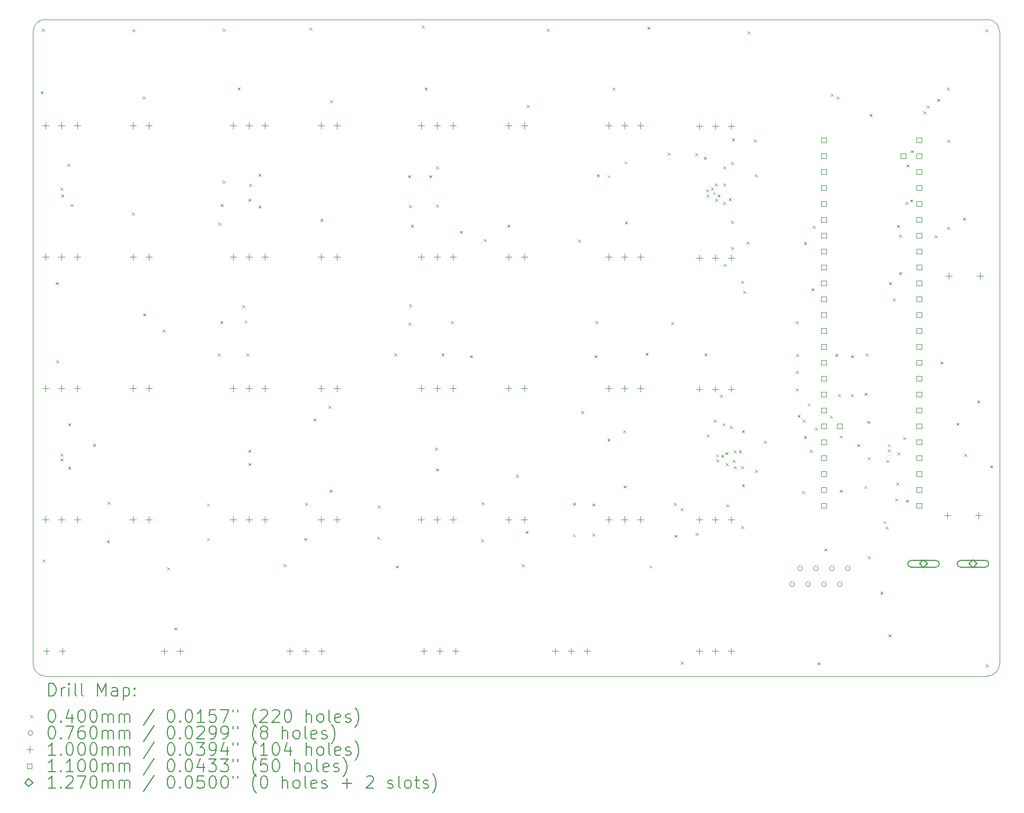
<source format=gbr>
%FSLAX45Y45*%
G04 Gerber Fmt 4.5, Leading zero omitted, Abs format (unit mm)*
G04 Created by KiCad (PCBNEW 6.0.5-a6ca702e91~116~ubuntu20.04.1) date 2022-06-23 19:27:42*
%MOMM*%
%LPD*%
G01*
G04 APERTURE LIST*
%TA.AperFunction,Profile*%
%ADD10C,0.100000*%
%TD*%
%ADD11C,0.200000*%
%ADD12C,0.040000*%
%ADD13C,0.076000*%
%ADD14C,0.100000*%
%ADD15C,0.110000*%
%ADD16C,0.127000*%
G04 APERTURE END LIST*
D10*
X17546862Y-1800000D02*
X2500000Y-1800000D01*
X2300000Y-12100000D02*
G75*
G03*
X2500000Y-12300000I200000J0D01*
G01*
X2300000Y-12100000D02*
X2300000Y-2000000D01*
X17746862Y-12100000D02*
X17746862Y-2000000D01*
X2500000Y-12300000D02*
X17546862Y-12300000D01*
X17546862Y-12300002D02*
G75*
G03*
X17746862Y-12100000I-2J200002D01*
G01*
X17746860Y-2000000D02*
G75*
G03*
X17546862Y-1800000I-200000J0D01*
G01*
X2500000Y-1800000D02*
G75*
G03*
X2300000Y-2000000I0J-200000D01*
G01*
D11*
D12*
X2420000Y-2950000D02*
X2460000Y-2990000D01*
X2460000Y-2950000D02*
X2420000Y-2990000D01*
X2440000Y-1950000D02*
X2480000Y-1990000D01*
X2480000Y-1950000D02*
X2440000Y-1990000D01*
X2450000Y-10430000D02*
X2490000Y-10470000D01*
X2490000Y-10430000D02*
X2450000Y-10470000D01*
X2660000Y-6000000D02*
X2700000Y-6040000D01*
X2700000Y-6000000D02*
X2660000Y-6040000D01*
X2670000Y-7250000D02*
X2710000Y-7290000D01*
X2710000Y-7250000D02*
X2670000Y-7290000D01*
X2740000Y-4490000D02*
X2780000Y-4530000D01*
X2780000Y-4490000D02*
X2740000Y-4530000D01*
X2740000Y-8740000D02*
X2780000Y-8780000D01*
X2780000Y-8740000D02*
X2740000Y-8780000D01*
X2740000Y-8820000D02*
X2780000Y-8860000D01*
X2780000Y-8820000D02*
X2740000Y-8860000D01*
X2750000Y-4600000D02*
X2790000Y-4640000D01*
X2790000Y-4600000D02*
X2750000Y-4640000D01*
X2850000Y-4110000D02*
X2890000Y-4150000D01*
X2890000Y-4110000D02*
X2850000Y-4150000D01*
X2860000Y-8260000D02*
X2900000Y-8300000D01*
X2900000Y-8260000D02*
X2860000Y-8300000D01*
X2860000Y-8950000D02*
X2900000Y-8990000D01*
X2900000Y-8950000D02*
X2860000Y-8990000D01*
X2900000Y-4750000D02*
X2940000Y-4790000D01*
X2940000Y-4750000D02*
X2900000Y-4790000D01*
X3260000Y-8590000D02*
X3300000Y-8630000D01*
X3300000Y-8590000D02*
X3260000Y-8630000D01*
X3480000Y-10130000D02*
X3520000Y-10170000D01*
X3520000Y-10130000D02*
X3480000Y-10170000D01*
X3490000Y-9510000D02*
X3530000Y-9550000D01*
X3530000Y-9510000D02*
X3490000Y-9550000D01*
X3880000Y-4890000D02*
X3920000Y-4930000D01*
X3920000Y-4890000D02*
X3880000Y-4930000D01*
X3890000Y-1960000D02*
X3930000Y-2000000D01*
X3930000Y-1960000D02*
X3890000Y-2000000D01*
X4050000Y-3030000D02*
X4090000Y-3070000D01*
X4090000Y-3030000D02*
X4050000Y-3070000D01*
X4060000Y-6500000D02*
X4100000Y-6540000D01*
X4100000Y-6500000D02*
X4060000Y-6540000D01*
X4370000Y-6760000D02*
X4410000Y-6800000D01*
X4410000Y-6760000D02*
X4370000Y-6800000D01*
X4440000Y-10560000D02*
X4480000Y-10600000D01*
X4480000Y-10560000D02*
X4440000Y-10600000D01*
X4560000Y-11520000D02*
X4600000Y-11560000D01*
X4600000Y-11520000D02*
X4560000Y-11560000D01*
X5080000Y-9540000D02*
X5120000Y-9580000D01*
X5120000Y-9540000D02*
X5080000Y-9580000D01*
X5080000Y-10090000D02*
X5120000Y-10130000D01*
X5120000Y-10090000D02*
X5080000Y-10130000D01*
X5250000Y-7140000D02*
X5290000Y-7180000D01*
X5290000Y-7140000D02*
X5250000Y-7180000D01*
X5260000Y-5050000D02*
X5300000Y-5090000D01*
X5300000Y-5050000D02*
X5260000Y-5090000D01*
X5290000Y-6620000D02*
X5330000Y-6660000D01*
X5330000Y-6620000D02*
X5290000Y-6660000D01*
X5300000Y-4750000D02*
X5340000Y-4790000D01*
X5340000Y-4750000D02*
X5300000Y-4790000D01*
X5330000Y-1950000D02*
X5370000Y-1990000D01*
X5370000Y-1950000D02*
X5330000Y-1990000D01*
X5330000Y-4380000D02*
X5370000Y-4420000D01*
X5370000Y-4380000D02*
X5330000Y-4420000D01*
X5570000Y-2890000D02*
X5610000Y-2930000D01*
X5610000Y-2890000D02*
X5570000Y-2930000D01*
X5640000Y-6370000D02*
X5680000Y-6410000D01*
X5680000Y-6370000D02*
X5640000Y-6410000D01*
X5680000Y-6610000D02*
X5720000Y-6650000D01*
X5720000Y-6610000D02*
X5680000Y-6650000D01*
X5710000Y-7140000D02*
X5750000Y-7180000D01*
X5750000Y-7140000D02*
X5710000Y-7180000D01*
X5740000Y-4670000D02*
X5780000Y-4710000D01*
X5780000Y-4670000D02*
X5740000Y-4710000D01*
X5740000Y-8680000D02*
X5780000Y-8720000D01*
X5780000Y-8680000D02*
X5740000Y-8720000D01*
X5740000Y-8890000D02*
X5780000Y-8930000D01*
X5780000Y-8890000D02*
X5740000Y-8930000D01*
X5750000Y-4430000D02*
X5790000Y-4470000D01*
X5790000Y-4430000D02*
X5750000Y-4470000D01*
X5900000Y-4270000D02*
X5940000Y-4310000D01*
X5940000Y-4270000D02*
X5900000Y-4310000D01*
X5900000Y-4780000D02*
X5940000Y-4820000D01*
X5940000Y-4780000D02*
X5900000Y-4820000D01*
X6300000Y-10510000D02*
X6340000Y-10550000D01*
X6340000Y-10510000D02*
X6300000Y-10550000D01*
X6630000Y-10090000D02*
X6670000Y-10130000D01*
X6670000Y-10090000D02*
X6630000Y-10130000D01*
X6650000Y-9530000D02*
X6690000Y-9570000D01*
X6690000Y-9530000D02*
X6650000Y-9570000D01*
X6720000Y-1930000D02*
X6760000Y-1970000D01*
X6760000Y-1930000D02*
X6720000Y-1970000D01*
X6780000Y-8180000D02*
X6820000Y-8220000D01*
X6820000Y-8180000D02*
X6780000Y-8220000D01*
X6890000Y-4990000D02*
X6930000Y-5030000D01*
X6930000Y-4990000D02*
X6890000Y-5030000D01*
X7020000Y-7980000D02*
X7060000Y-8020000D01*
X7060000Y-7980000D02*
X7020000Y-8020000D01*
X7040000Y-9320000D02*
X7080000Y-9360000D01*
X7080000Y-9320000D02*
X7040000Y-9360000D01*
X7050000Y-3090000D02*
X7090000Y-3130000D01*
X7090000Y-3090000D02*
X7050000Y-3130000D01*
X7800000Y-10070000D02*
X7840000Y-10110000D01*
X7840000Y-10070000D02*
X7800000Y-10110000D01*
X7810000Y-9570000D02*
X7850000Y-9610000D01*
X7850000Y-9570000D02*
X7810000Y-9610000D01*
X8070000Y-7140000D02*
X8110000Y-7180000D01*
X8110000Y-7140000D02*
X8070000Y-7180000D01*
X8100000Y-10530000D02*
X8140000Y-10570000D01*
X8140000Y-10530000D02*
X8100000Y-10570000D01*
X8290000Y-4290000D02*
X8330000Y-4330000D01*
X8330000Y-4290000D02*
X8290000Y-4330000D01*
X8300000Y-6650000D02*
X8340000Y-6690000D01*
X8340000Y-6650000D02*
X8300000Y-6690000D01*
X8310000Y-4770000D02*
X8350000Y-4810000D01*
X8350000Y-4770000D02*
X8310000Y-4810000D01*
X8310000Y-6350000D02*
X8350000Y-6390000D01*
X8350000Y-6350000D02*
X8310000Y-6390000D01*
X8340000Y-5080000D02*
X8380000Y-5120000D01*
X8380000Y-5080000D02*
X8340000Y-5120000D01*
X8510000Y-1900000D02*
X8550000Y-1940000D01*
X8550000Y-1900000D02*
X8510000Y-1940000D01*
X8560000Y-2890000D02*
X8600000Y-2930000D01*
X8600000Y-2890000D02*
X8560000Y-2930000D01*
X8630000Y-4290000D02*
X8670000Y-4330000D01*
X8670000Y-4290000D02*
X8630000Y-4330000D01*
X8724969Y-8646300D02*
X8764969Y-8686300D01*
X8764969Y-8646300D02*
X8724969Y-8686300D01*
X8740000Y-4150000D02*
X8780000Y-4190000D01*
X8780000Y-4150000D02*
X8740000Y-4190000D01*
X8740000Y-4760000D02*
X8780000Y-4800000D01*
X8780000Y-4760000D02*
X8740000Y-4800000D01*
X8740000Y-8980000D02*
X8780000Y-9020000D01*
X8780000Y-8980000D02*
X8740000Y-9020000D01*
X8830000Y-7140000D02*
X8870000Y-7180000D01*
X8870000Y-7140000D02*
X8830000Y-7180000D01*
X8980000Y-6620000D02*
X9020000Y-6660000D01*
X9020000Y-6620000D02*
X8980000Y-6660000D01*
X9120000Y-5180000D02*
X9160000Y-5220000D01*
X9160000Y-5180000D02*
X9120000Y-5220000D01*
X9280000Y-7170000D02*
X9320000Y-7210000D01*
X9320000Y-7170000D02*
X9280000Y-7210000D01*
X9460000Y-10110000D02*
X9500000Y-10150000D01*
X9500000Y-10110000D02*
X9460000Y-10150000D01*
X9470000Y-9520000D02*
X9510000Y-9560000D01*
X9510000Y-9520000D02*
X9470000Y-9560000D01*
X9500000Y-5310000D02*
X9540000Y-5350000D01*
X9540000Y-5310000D02*
X9500000Y-5350000D01*
X9880000Y-5080000D02*
X9920000Y-5120000D01*
X9920000Y-5080000D02*
X9880000Y-5120000D01*
X10020000Y-9080000D02*
X10060000Y-9120000D01*
X10060000Y-9080000D02*
X10020000Y-9120000D01*
X10110000Y-10510000D02*
X10150000Y-10550000D01*
X10150000Y-10510000D02*
X10110000Y-10550000D01*
X10170000Y-9980000D02*
X10210000Y-10020000D01*
X10210000Y-9980000D02*
X10170000Y-10020000D01*
X10190000Y-3170000D02*
X10230000Y-3210000D01*
X10230000Y-3170000D02*
X10190000Y-3210000D01*
X10510000Y-1950000D02*
X10550000Y-1990000D01*
X10550000Y-1950000D02*
X10510000Y-1990000D01*
X10930000Y-9530000D02*
X10970000Y-9570000D01*
X10970000Y-9530000D02*
X10930000Y-9570000D01*
X10930000Y-10030000D02*
X10970000Y-10070000D01*
X10970000Y-10030000D02*
X10930000Y-10070000D01*
X11010000Y-5320000D02*
X11050000Y-5360000D01*
X11050000Y-5320000D02*
X11010000Y-5360000D01*
X11060000Y-8060000D02*
X11100000Y-8100000D01*
X11100000Y-8060000D02*
X11060000Y-8100000D01*
X11240000Y-9540000D02*
X11280000Y-9580000D01*
X11280000Y-9540000D02*
X11240000Y-9580000D01*
X11240000Y-10020000D02*
X11280000Y-10060000D01*
X11280000Y-10020000D02*
X11240000Y-10060000D01*
X11270000Y-7170000D02*
X11310000Y-7210000D01*
X11310000Y-7170000D02*
X11270000Y-7210000D01*
X11290000Y-6620000D02*
X11330000Y-6660000D01*
X11330000Y-6620000D02*
X11290000Y-6660000D01*
X11310000Y-4280000D02*
X11350000Y-4320000D01*
X11350000Y-4280000D02*
X11310000Y-4320000D01*
X11480000Y-4290000D02*
X11520000Y-4330000D01*
X11520000Y-4290000D02*
X11480000Y-4330000D01*
X11480000Y-8500000D02*
X11520000Y-8540000D01*
X11520000Y-8500000D02*
X11480000Y-8540000D01*
X11560000Y-2890000D02*
X11600000Y-2930000D01*
X11600000Y-2890000D02*
X11560000Y-2930000D01*
X11730000Y-8370000D02*
X11770000Y-8410000D01*
X11770000Y-8370000D02*
X11730000Y-8410000D01*
X11740000Y-9251048D02*
X11780000Y-9291048D01*
X11780000Y-9251048D02*
X11740000Y-9291048D01*
X11750000Y-4070000D02*
X11790000Y-4110000D01*
X11790000Y-4070000D02*
X11750000Y-4110000D01*
X11760000Y-5030000D02*
X11800000Y-5070000D01*
X11800000Y-5030000D02*
X11760000Y-5070000D01*
X12090000Y-7130000D02*
X12130000Y-7170000D01*
X12130000Y-7130000D02*
X12090000Y-7170000D01*
X12120000Y-1920000D02*
X12160000Y-1960000D01*
X12160000Y-1920000D02*
X12120000Y-1960000D01*
X12150000Y-10530000D02*
X12190000Y-10570000D01*
X12190000Y-10530000D02*
X12150000Y-10570000D01*
X12440000Y-3930000D02*
X12480000Y-3970000D01*
X12480000Y-3930000D02*
X12440000Y-3970000D01*
X12500000Y-6640000D02*
X12540000Y-6680000D01*
X12540000Y-6640000D02*
X12500000Y-6680000D01*
X12540000Y-9530000D02*
X12580000Y-9570000D01*
X12580000Y-9530000D02*
X12540000Y-9570000D01*
X12550000Y-10040000D02*
X12590000Y-10080000D01*
X12590000Y-10040000D02*
X12550000Y-10080000D01*
X12650000Y-9610000D02*
X12690000Y-9650000D01*
X12690000Y-9610000D02*
X12650000Y-9650000D01*
X12650000Y-12070000D02*
X12690000Y-12110000D01*
X12690000Y-12070000D02*
X12650000Y-12110000D01*
X12880000Y-3940000D02*
X12920000Y-3980000D01*
X12920000Y-3940000D02*
X12880000Y-3980000D01*
X12890000Y-10010000D02*
X12930000Y-10050000D01*
X12930000Y-10010000D02*
X12890000Y-10050000D01*
X13020000Y-4000000D02*
X13060000Y-4040000D01*
X13060000Y-4000000D02*
X13020000Y-4040000D01*
X13030000Y-7140000D02*
X13070000Y-7180000D01*
X13070000Y-7140000D02*
X13030000Y-7180000D01*
X13058871Y-4514245D02*
X13098871Y-4554245D01*
X13098871Y-4514245D02*
X13058871Y-4554245D01*
X13067470Y-8437550D02*
X13107470Y-8477550D01*
X13107470Y-8437550D02*
X13067470Y-8477550D01*
X13070000Y-4600000D02*
X13110000Y-4640000D01*
X13110000Y-4600000D02*
X13070000Y-4640000D01*
X13134188Y-4487423D02*
X13174188Y-4527423D01*
X13174188Y-4487423D02*
X13134188Y-4527423D01*
X13164068Y-4561580D02*
X13204068Y-4601580D01*
X13204068Y-4561580D02*
X13164068Y-4601580D01*
X13180000Y-8200000D02*
X13220000Y-8240000D01*
X13220000Y-8200000D02*
X13180000Y-8240000D01*
X13193800Y-4423605D02*
X13233800Y-4463605D01*
X13233800Y-4423605D02*
X13193800Y-4463605D01*
X13200000Y-4670000D02*
X13240000Y-4710000D01*
X13240000Y-4670000D02*
X13200000Y-4710000D01*
X13214737Y-8751602D02*
X13254737Y-8791602D01*
X13254737Y-8751602D02*
X13214737Y-8791602D01*
X13218567Y-8831464D02*
X13258567Y-8871464D01*
X13258567Y-8831464D02*
X13218567Y-8871464D01*
X13240000Y-4600000D02*
X13280000Y-4640000D01*
X13280000Y-4600000D02*
X13240000Y-4640000D01*
X13280000Y-7800000D02*
X13320000Y-7840000D01*
X13320000Y-7800000D02*
X13280000Y-7840000D01*
X13294070Y-8761517D02*
X13334070Y-8801517D01*
X13334070Y-8761517D02*
X13294070Y-8801517D01*
X13320000Y-8260000D02*
X13360000Y-8300000D01*
X13360000Y-8260000D02*
X13320000Y-8300000D01*
X13327450Y-4422605D02*
X13367450Y-4462605D01*
X13367450Y-4422605D02*
X13327450Y-4462605D01*
X13330000Y-4150000D02*
X13370000Y-4190000D01*
X13370000Y-4150000D02*
X13330000Y-4190000D01*
X13330000Y-4720000D02*
X13370000Y-4760000D01*
X13370000Y-4720000D02*
X13330000Y-4760000D01*
X13340000Y-5710000D02*
X13380000Y-5750000D01*
X13380000Y-5710000D02*
X13340000Y-5750000D01*
X13361747Y-8718951D02*
X13401747Y-8758951D01*
X13401747Y-8718951D02*
X13361747Y-8758951D01*
X13370000Y-8890000D02*
X13410000Y-8930000D01*
X13410000Y-8890000D02*
X13370000Y-8930000D01*
X13380000Y-9550000D02*
X13420000Y-9590000D01*
X13420000Y-9550000D02*
X13380000Y-9590000D01*
X13420000Y-4660000D02*
X13460000Y-4700000D01*
X13460000Y-4660000D02*
X13420000Y-4700000D01*
X13440000Y-8300000D02*
X13480000Y-8340000D01*
X13480000Y-8300000D02*
X13440000Y-8340000D01*
X13460000Y-4080000D02*
X13500000Y-4120000D01*
X13500000Y-4080000D02*
X13460000Y-4120000D01*
X13460000Y-5020000D02*
X13500000Y-5060000D01*
X13500000Y-5020000D02*
X13460000Y-5060000D01*
X13460000Y-5440000D02*
X13500000Y-5480000D01*
X13500000Y-5440000D02*
X13460000Y-5480000D01*
X13470000Y-3700000D02*
X13510000Y-3740000D01*
X13510000Y-3700000D02*
X13470000Y-3740000D01*
X13480000Y-8840000D02*
X13520000Y-8880000D01*
X13520000Y-8840000D02*
X13480000Y-8880000D01*
X13499096Y-8686300D02*
X13539096Y-8726300D01*
X13539096Y-8686300D02*
X13499096Y-8726300D01*
X13500000Y-8940000D02*
X13540000Y-8980000D01*
X13540000Y-8940000D02*
X13500000Y-8980000D01*
X13579046Y-8686300D02*
X13619046Y-8726300D01*
X13619046Y-8686300D02*
X13579046Y-8726300D01*
X13620000Y-5980000D02*
X13660000Y-6020000D01*
X13660000Y-5980000D02*
X13620000Y-6020000D01*
X13620000Y-8940000D02*
X13660000Y-8980000D01*
X13660000Y-8940000D02*
X13620000Y-8980000D01*
X13620000Y-9900000D02*
X13660000Y-9940000D01*
X13660000Y-9900000D02*
X13620000Y-9940000D01*
X13630000Y-8370000D02*
X13670000Y-8410000D01*
X13670000Y-8370000D02*
X13630000Y-8410000D01*
X13630000Y-9230000D02*
X13670000Y-9270000D01*
X13670000Y-9230000D02*
X13630000Y-9270000D01*
X13650000Y-6140000D02*
X13690000Y-6180000D01*
X13690000Y-6140000D02*
X13650000Y-6180000D01*
X13700000Y-5350000D02*
X13740000Y-5390000D01*
X13740000Y-5350000D02*
X13700000Y-5390000D01*
X13720000Y-1990000D02*
X13760000Y-2030000D01*
X13760000Y-1990000D02*
X13720000Y-2030000D01*
X13820000Y-3720000D02*
X13860000Y-3760000D01*
X13860000Y-3720000D02*
X13820000Y-3760000D01*
X13840000Y-4280000D02*
X13880000Y-4320000D01*
X13880000Y-4280000D02*
X13840000Y-4320000D01*
X13840000Y-9000000D02*
X13880000Y-9040000D01*
X13880000Y-9000000D02*
X13840000Y-9040000D01*
X13980000Y-8533700D02*
X14020000Y-8573700D01*
X14020000Y-8533700D02*
X13980000Y-8573700D01*
X14490000Y-6620000D02*
X14530000Y-6660000D01*
X14530000Y-6620000D02*
X14490000Y-6660000D01*
X14490000Y-7420000D02*
X14530000Y-7460000D01*
X14530000Y-7420000D02*
X14490000Y-7460000D01*
X14490000Y-7700000D02*
X14530000Y-7740000D01*
X14530000Y-7700000D02*
X14490000Y-7740000D01*
X14500000Y-7150000D02*
X14540000Y-7190000D01*
X14540000Y-7150000D02*
X14500000Y-7190000D01*
X14520000Y-8120000D02*
X14560000Y-8160000D01*
X14560000Y-8120000D02*
X14520000Y-8160000D01*
X14590000Y-9340000D02*
X14630000Y-9380000D01*
X14630000Y-9340000D02*
X14590000Y-9380000D01*
X14600000Y-8200000D02*
X14640000Y-8240000D01*
X14640000Y-8200000D02*
X14600000Y-8240000D01*
X14620000Y-5360000D02*
X14660000Y-5400000D01*
X14660000Y-5360000D02*
X14620000Y-5400000D01*
X14620000Y-8460000D02*
X14660000Y-8500000D01*
X14660000Y-8460000D02*
X14620000Y-8500000D01*
X14680000Y-7940000D02*
X14720000Y-7980000D01*
X14720000Y-7940000D02*
X14680000Y-7980000D01*
X14720000Y-8680000D02*
X14760000Y-8720000D01*
X14760000Y-8680000D02*
X14720000Y-8720000D01*
X14740000Y-6100000D02*
X14780000Y-6140000D01*
X14780000Y-6100000D02*
X14740000Y-6140000D01*
X14760000Y-5100000D02*
X14800000Y-5140000D01*
X14800000Y-5100000D02*
X14760000Y-5140000D01*
X14794678Y-8321768D02*
X14834678Y-8361768D01*
X14834678Y-8321768D02*
X14794678Y-8361768D01*
X14840000Y-12080000D02*
X14880000Y-12120000D01*
X14880000Y-12080000D02*
X14840000Y-12120000D01*
X14950000Y-10260000D02*
X14990000Y-10300000D01*
X14990000Y-10260000D02*
X14950000Y-10300000D01*
X15036113Y-8134266D02*
X15076113Y-8174266D01*
X15076113Y-8134266D02*
X15036113Y-8174266D01*
X15047097Y-2989950D02*
X15087097Y-3029950D01*
X15087097Y-2989950D02*
X15047097Y-3029950D01*
X15120000Y-7150000D02*
X15160000Y-7190000D01*
X15160000Y-7150000D02*
X15120000Y-7190000D01*
X15140000Y-3030000D02*
X15180000Y-3070000D01*
X15180000Y-3030000D02*
X15140000Y-3070000D01*
X15170000Y-7790000D02*
X15210000Y-7830000D01*
X15210000Y-7790000D02*
X15170000Y-7830000D01*
X15190000Y-8450000D02*
X15230000Y-8490000D01*
X15230000Y-8450000D02*
X15190000Y-8490000D01*
X15190000Y-9320000D02*
X15230000Y-9360000D01*
X15230000Y-9320000D02*
X15190000Y-9360000D01*
X15370000Y-7170000D02*
X15410000Y-7210000D01*
X15410000Y-7170000D02*
X15370000Y-7210000D01*
X15370000Y-7790000D02*
X15410000Y-7830000D01*
X15410000Y-7790000D02*
X15370000Y-7830000D01*
X15471513Y-8591097D02*
X15511513Y-8631097D01*
X15511513Y-8591097D02*
X15471513Y-8631097D01*
X15587200Y-9260000D02*
X15627200Y-9300000D01*
X15627200Y-9260000D02*
X15587200Y-9300000D01*
X15590000Y-7770000D02*
X15630000Y-7810000D01*
X15630000Y-7770000D02*
X15590000Y-7810000D01*
X15610000Y-7140000D02*
X15650000Y-7180000D01*
X15650000Y-7140000D02*
X15610000Y-7180000D01*
X15630000Y-8220000D02*
X15670000Y-8260000D01*
X15670000Y-8220000D02*
X15630000Y-8260000D01*
X15640000Y-8800000D02*
X15680000Y-8840000D01*
X15680000Y-8800000D02*
X15640000Y-8840000D01*
X15640000Y-10380000D02*
X15680000Y-10420000D01*
X15680000Y-10380000D02*
X15640000Y-10420000D01*
X15670000Y-3310000D02*
X15710000Y-3350000D01*
X15710000Y-3310000D02*
X15670000Y-3350000D01*
X15840000Y-10950000D02*
X15880000Y-10990000D01*
X15880000Y-10950000D02*
X15840000Y-10990000D01*
X15890000Y-9820000D02*
X15930000Y-9860000D01*
X15930000Y-9820000D02*
X15890000Y-9860000D01*
X15930000Y-9910000D02*
X15970000Y-9950000D01*
X15970000Y-9910000D02*
X15930000Y-9950000D01*
X15940190Y-8840190D02*
X15980190Y-8880190D01*
X15980190Y-8840190D02*
X15940190Y-8880190D01*
X15958922Y-8591097D02*
X15998922Y-8631097D01*
X15998922Y-8591097D02*
X15958922Y-8631097D01*
X15960164Y-8671038D02*
X16000164Y-8711038D01*
X16000164Y-8671038D02*
X15960164Y-8711038D01*
X15970000Y-11630000D02*
X16010000Y-11670000D01*
X16010000Y-11630000D02*
X15970000Y-11670000D01*
X15980000Y-6000000D02*
X16020000Y-6040000D01*
X16020000Y-6000000D02*
X15980000Y-6040000D01*
X16040000Y-6260000D02*
X16080000Y-6300000D01*
X16080000Y-6260000D02*
X16040000Y-6300000D01*
X16080000Y-9460000D02*
X16120000Y-9500000D01*
X16120000Y-9460000D02*
X16080000Y-9500000D01*
X16101626Y-9207630D02*
X16141626Y-9247630D01*
X16141626Y-9207630D02*
X16101626Y-9247630D01*
X16105098Y-5085098D02*
X16145098Y-5125098D01*
X16145098Y-5085098D02*
X16105098Y-5125098D01*
X16118140Y-8721603D02*
X16158140Y-8761603D01*
X16158140Y-8721603D02*
X16118140Y-8761603D01*
X16140000Y-5240000D02*
X16180000Y-5280000D01*
X16180000Y-5240000D02*
X16140000Y-5280000D01*
X16140000Y-5840000D02*
X16180000Y-5880000D01*
X16180000Y-5840000D02*
X16140000Y-5880000D01*
X16210000Y-8478497D02*
X16250000Y-8518497D01*
X16250000Y-8478497D02*
X16210000Y-8518497D01*
X16240000Y-4720000D02*
X16280000Y-4760000D01*
X16280000Y-4720000D02*
X16240000Y-4760000D01*
X16250000Y-9480000D02*
X16290000Y-9520000D01*
X16290000Y-9480000D02*
X16250000Y-9520000D01*
X16260000Y-4120000D02*
X16300000Y-4160000D01*
X16300000Y-4120000D02*
X16260000Y-4160000D01*
X16320000Y-4680000D02*
X16360000Y-4720000D01*
X16360000Y-4680000D02*
X16320000Y-4720000D01*
X16324146Y-3892450D02*
X16364146Y-3932450D01*
X16364146Y-3892450D02*
X16324146Y-3932450D01*
X16530000Y-3270000D02*
X16570000Y-3310000D01*
X16570000Y-3270000D02*
X16530000Y-3310000D01*
X16580000Y-3180000D02*
X16620000Y-3220000D01*
X16620000Y-3180000D02*
X16580000Y-3220000D01*
X16710000Y-5250000D02*
X16750000Y-5290000D01*
X16750000Y-5250000D02*
X16710000Y-5290000D01*
X16750000Y-3070000D02*
X16790000Y-3110000D01*
X16790000Y-3070000D02*
X16750000Y-3110000D01*
X16800000Y-7270000D02*
X16840000Y-7310000D01*
X16840000Y-7270000D02*
X16800000Y-7310000D01*
X16900000Y-2890000D02*
X16940000Y-2930000D01*
X16940000Y-2890000D02*
X16900000Y-2930000D01*
X16910000Y-3730000D02*
X16950000Y-3770000D01*
X16950000Y-3730000D02*
X16910000Y-3770000D01*
X16913232Y-5113232D02*
X16953232Y-5153232D01*
X16953232Y-5113232D02*
X16913232Y-5153232D01*
X17060000Y-8250000D02*
X17100000Y-8290000D01*
X17100000Y-8250000D02*
X17060000Y-8290000D01*
X17160000Y-4970000D02*
X17200000Y-5010000D01*
X17200000Y-4970000D02*
X17160000Y-5010000D01*
X17179500Y-8747500D02*
X17219500Y-8787500D01*
X17219500Y-8747500D02*
X17179500Y-8787500D01*
X17390000Y-7890000D02*
X17430000Y-7930000D01*
X17430000Y-7890000D02*
X17390000Y-7930000D01*
X17520000Y-1960000D02*
X17560000Y-2000000D01*
X17560000Y-1960000D02*
X17520000Y-2000000D01*
X17530000Y-12110000D02*
X17570000Y-12150000D01*
X17570000Y-12110000D02*
X17530000Y-12150000D01*
X17600000Y-8930000D02*
X17640000Y-8970000D01*
X17640000Y-8930000D02*
X17600000Y-8970000D01*
D13*
X14469750Y-10830000D02*
G75*
G03*
X14469750Y-10830000I-38000J0D01*
G01*
X14596750Y-10576000D02*
G75*
G03*
X14596750Y-10576000I-38000J0D01*
G01*
X14723750Y-10830000D02*
G75*
G03*
X14723750Y-10830000I-38000J0D01*
G01*
X14850750Y-10576000D02*
G75*
G03*
X14850750Y-10576000I-38000J0D01*
G01*
X14977750Y-10830000D02*
G75*
G03*
X14977750Y-10830000I-38000J0D01*
G01*
X15104750Y-10576000D02*
G75*
G03*
X15104750Y-10576000I-38000J0D01*
G01*
X15231750Y-10830000D02*
G75*
G03*
X15231750Y-10830000I-38000J0D01*
G01*
X15358750Y-10576000D02*
G75*
G03*
X15358750Y-10576000I-38000J0D01*
G01*
D14*
X2500000Y-3450000D02*
X2500000Y-3550000D01*
X2450000Y-3500000D02*
X2550000Y-3500000D01*
X2500000Y-5550000D02*
X2500000Y-5650000D01*
X2450000Y-5600000D02*
X2550000Y-5600000D01*
X2500000Y-7650000D02*
X2500000Y-7750000D01*
X2450000Y-7700000D02*
X2550000Y-7700000D01*
X2500000Y-9750000D02*
X2500000Y-9850000D01*
X2450000Y-9800000D02*
X2550000Y-9800000D01*
X2513000Y-11850000D02*
X2513000Y-11950000D01*
X2463000Y-11900000D02*
X2563000Y-11900000D01*
X2754000Y-3450000D02*
X2754000Y-3550000D01*
X2704000Y-3500000D02*
X2804000Y-3500000D01*
X2754000Y-5550000D02*
X2754000Y-5650000D01*
X2704000Y-5600000D02*
X2804000Y-5600000D01*
X2754000Y-7650000D02*
X2754000Y-7750000D01*
X2704000Y-7700000D02*
X2804000Y-7700000D01*
X2754000Y-9750000D02*
X2754000Y-9850000D01*
X2704000Y-9800000D02*
X2804000Y-9800000D01*
X2767000Y-11850000D02*
X2767000Y-11950000D01*
X2717000Y-11900000D02*
X2817000Y-11900000D01*
X3008000Y-3450000D02*
X3008000Y-3550000D01*
X2958000Y-3500000D02*
X3058000Y-3500000D01*
X3008000Y-5550000D02*
X3008000Y-5650000D01*
X2958000Y-5600000D02*
X3058000Y-5600000D01*
X3008000Y-7650000D02*
X3008000Y-7750000D01*
X2958000Y-7700000D02*
X3058000Y-7700000D01*
X3008000Y-9750000D02*
X3008000Y-9850000D01*
X2958000Y-9800000D02*
X3058000Y-9800000D01*
X3900000Y-3450000D02*
X3900000Y-3550000D01*
X3850000Y-3500000D02*
X3950000Y-3500000D01*
X3900000Y-5550000D02*
X3900000Y-5650000D01*
X3850000Y-5600000D02*
X3950000Y-5600000D01*
X3900000Y-7650000D02*
X3900000Y-7750000D01*
X3850000Y-7700000D02*
X3950000Y-7700000D01*
X3900000Y-9750000D02*
X3900000Y-9850000D01*
X3850000Y-9800000D02*
X3950000Y-9800000D01*
X4154000Y-3450000D02*
X4154000Y-3550000D01*
X4104000Y-3500000D02*
X4204000Y-3500000D01*
X4154000Y-5550000D02*
X4154000Y-5650000D01*
X4104000Y-5600000D02*
X4204000Y-5600000D01*
X4154000Y-7650000D02*
X4154000Y-7750000D01*
X4104000Y-7700000D02*
X4204000Y-7700000D01*
X4154000Y-9750000D02*
X4154000Y-9850000D01*
X4104000Y-9800000D02*
X4204000Y-9800000D01*
X4399885Y-11850000D02*
X4399885Y-11950000D01*
X4349885Y-11900000D02*
X4449885Y-11900000D01*
X4653885Y-11850000D02*
X4653885Y-11950000D01*
X4603885Y-11900000D02*
X4703885Y-11900000D01*
X5500000Y-3450000D02*
X5500000Y-3550000D01*
X5450000Y-3500000D02*
X5550000Y-3500000D01*
X5500000Y-5550000D02*
X5500000Y-5650000D01*
X5450000Y-5600000D02*
X5550000Y-5600000D01*
X5500000Y-7650000D02*
X5500000Y-7750000D01*
X5450000Y-7700000D02*
X5550000Y-7700000D01*
X5500000Y-9750000D02*
X5500000Y-9850000D01*
X5450000Y-9800000D02*
X5550000Y-9800000D01*
X5754000Y-3450000D02*
X5754000Y-3550000D01*
X5704000Y-3500000D02*
X5804000Y-3500000D01*
X5754000Y-5550000D02*
X5754000Y-5650000D01*
X5704000Y-5600000D02*
X5804000Y-5600000D01*
X5754000Y-7650000D02*
X5754000Y-7750000D01*
X5704000Y-7700000D02*
X5804000Y-7700000D01*
X5754000Y-9750000D02*
X5754000Y-9850000D01*
X5704000Y-9800000D02*
X5804000Y-9800000D01*
X6008000Y-3450000D02*
X6008000Y-3550000D01*
X5958000Y-3500000D02*
X6058000Y-3500000D01*
X6008000Y-5550000D02*
X6008000Y-5650000D01*
X5958000Y-5600000D02*
X6058000Y-5600000D01*
X6008000Y-7650000D02*
X6008000Y-7750000D01*
X5958000Y-7700000D02*
X6058000Y-7700000D01*
X6008000Y-9750000D02*
X6008000Y-9850000D01*
X5958000Y-9800000D02*
X6058000Y-9800000D01*
X6400000Y-11850000D02*
X6400000Y-11950000D01*
X6350000Y-11900000D02*
X6450000Y-11900000D01*
X6654000Y-11850000D02*
X6654000Y-11950000D01*
X6604000Y-11900000D02*
X6704000Y-11900000D01*
X6900000Y-3450000D02*
X6900000Y-3550000D01*
X6850000Y-3500000D02*
X6950000Y-3500000D01*
X6900000Y-5550000D02*
X6900000Y-5650000D01*
X6850000Y-5600000D02*
X6950000Y-5600000D01*
X6900000Y-7650000D02*
X6900000Y-7750000D01*
X6850000Y-7700000D02*
X6950000Y-7700000D01*
X6900000Y-9750000D02*
X6900000Y-9850000D01*
X6850000Y-9800000D02*
X6950000Y-9800000D01*
X6908000Y-11850000D02*
X6908000Y-11950000D01*
X6858000Y-11900000D02*
X6958000Y-11900000D01*
X7154000Y-3450000D02*
X7154000Y-3550000D01*
X7104000Y-3500000D02*
X7204000Y-3500000D01*
X7154000Y-5550000D02*
X7154000Y-5650000D01*
X7104000Y-5600000D02*
X7204000Y-5600000D01*
X7154000Y-7650000D02*
X7154000Y-7750000D01*
X7104000Y-7700000D02*
X7204000Y-7700000D01*
X7154000Y-9750000D02*
X7154000Y-9850000D01*
X7104000Y-9800000D02*
X7204000Y-9800000D01*
X8500000Y-3450000D02*
X8500000Y-3550000D01*
X8450000Y-3500000D02*
X8550000Y-3500000D01*
X8500000Y-5550000D02*
X8500000Y-5650000D01*
X8450000Y-5600000D02*
X8550000Y-5600000D01*
X8500000Y-7650000D02*
X8500000Y-7750000D01*
X8450000Y-7700000D02*
X8550000Y-7700000D01*
X8500000Y-9750000D02*
X8500000Y-9850000D01*
X8450000Y-9800000D02*
X8550000Y-9800000D01*
X8547500Y-11850000D02*
X8547500Y-11950000D01*
X8497500Y-11900000D02*
X8597500Y-11900000D01*
X8754000Y-3450000D02*
X8754000Y-3550000D01*
X8704000Y-3500000D02*
X8804000Y-3500000D01*
X8754000Y-5550000D02*
X8754000Y-5650000D01*
X8704000Y-5600000D02*
X8804000Y-5600000D01*
X8754000Y-7650000D02*
X8754000Y-7750000D01*
X8704000Y-7700000D02*
X8804000Y-7700000D01*
X8754000Y-9750000D02*
X8754000Y-9850000D01*
X8704000Y-9800000D02*
X8804000Y-9800000D01*
X8801500Y-11850000D02*
X8801500Y-11950000D01*
X8751500Y-11900000D02*
X8851500Y-11900000D01*
X9008000Y-3450000D02*
X9008000Y-3550000D01*
X8958000Y-3500000D02*
X9058000Y-3500000D01*
X9008000Y-5550000D02*
X9008000Y-5650000D01*
X8958000Y-5600000D02*
X9058000Y-5600000D01*
X9008000Y-7650000D02*
X9008000Y-7750000D01*
X8958000Y-7700000D02*
X9058000Y-7700000D01*
X9008000Y-9750000D02*
X9008000Y-9850000D01*
X8958000Y-9800000D02*
X9058000Y-9800000D01*
X9055500Y-11850000D02*
X9055500Y-11950000D01*
X9005500Y-11900000D02*
X9105500Y-11900000D01*
X9900000Y-3450000D02*
X9900000Y-3550000D01*
X9850000Y-3500000D02*
X9950000Y-3500000D01*
X9900000Y-5550000D02*
X9900000Y-5650000D01*
X9850000Y-5600000D02*
X9950000Y-5600000D01*
X9900000Y-7650000D02*
X9900000Y-7750000D01*
X9850000Y-7700000D02*
X9950000Y-7700000D01*
X9900000Y-9750000D02*
X9900000Y-9850000D01*
X9850000Y-9800000D02*
X9950000Y-9800000D01*
X10154000Y-3450000D02*
X10154000Y-3550000D01*
X10104000Y-3500000D02*
X10204000Y-3500000D01*
X10154000Y-5550000D02*
X10154000Y-5650000D01*
X10104000Y-5600000D02*
X10204000Y-5600000D01*
X10154000Y-7650000D02*
X10154000Y-7750000D01*
X10104000Y-7700000D02*
X10204000Y-7700000D01*
X10154000Y-9750000D02*
X10154000Y-9850000D01*
X10104000Y-9800000D02*
X10204000Y-9800000D01*
X10647500Y-11850000D02*
X10647500Y-11950000D01*
X10597500Y-11900000D02*
X10697500Y-11900000D01*
X10901500Y-11850000D02*
X10901500Y-11950000D01*
X10851500Y-11900000D02*
X10951500Y-11900000D01*
X11155500Y-11850000D02*
X11155500Y-11950000D01*
X11105500Y-11900000D02*
X11205500Y-11900000D01*
X11500000Y-3450000D02*
X11500000Y-3550000D01*
X11450000Y-3500000D02*
X11550000Y-3500000D01*
X11500000Y-5550000D02*
X11500000Y-5650000D01*
X11450000Y-5600000D02*
X11550000Y-5600000D01*
X11500000Y-7650000D02*
X11500000Y-7750000D01*
X11450000Y-7700000D02*
X11550000Y-7700000D01*
X11500000Y-9750000D02*
X11500000Y-9850000D01*
X11450000Y-9800000D02*
X11550000Y-9800000D01*
X11754000Y-3450000D02*
X11754000Y-3550000D01*
X11704000Y-3500000D02*
X11804000Y-3500000D01*
X11754000Y-5550000D02*
X11754000Y-5650000D01*
X11704000Y-5600000D02*
X11804000Y-5600000D01*
X11754000Y-7650000D02*
X11754000Y-7750000D01*
X11704000Y-7700000D02*
X11804000Y-7700000D01*
X11754000Y-9750000D02*
X11754000Y-9850000D01*
X11704000Y-9800000D02*
X11804000Y-9800000D01*
X12008000Y-3450000D02*
X12008000Y-3550000D01*
X11958000Y-3500000D02*
X12058000Y-3500000D01*
X12008000Y-5550000D02*
X12008000Y-5650000D01*
X11958000Y-5600000D02*
X12058000Y-5600000D01*
X12008000Y-7650000D02*
X12008000Y-7750000D01*
X11958000Y-7700000D02*
X12058000Y-7700000D01*
X12008000Y-9750000D02*
X12008000Y-9850000D01*
X11958000Y-9800000D02*
X12058000Y-9800000D01*
X12947500Y-3460000D02*
X12947500Y-3560000D01*
X12897500Y-3510000D02*
X12997500Y-3510000D01*
X12947500Y-5560000D02*
X12947500Y-5660000D01*
X12897500Y-5610000D02*
X12997500Y-5610000D01*
X12947500Y-7660000D02*
X12947500Y-7760000D01*
X12897500Y-7710000D02*
X12997500Y-7710000D01*
X12947500Y-9750000D02*
X12947500Y-9850000D01*
X12897500Y-9800000D02*
X12997500Y-9800000D01*
X12947500Y-11850000D02*
X12947500Y-11950000D01*
X12897500Y-11900000D02*
X12997500Y-11900000D01*
X13201500Y-3460000D02*
X13201500Y-3560000D01*
X13151500Y-3510000D02*
X13251500Y-3510000D01*
X13201500Y-5560000D02*
X13201500Y-5660000D01*
X13151500Y-5610000D02*
X13251500Y-5610000D01*
X13201500Y-7660000D02*
X13201500Y-7760000D01*
X13151500Y-7710000D02*
X13251500Y-7710000D01*
X13201500Y-9750000D02*
X13201500Y-9850000D01*
X13151500Y-9800000D02*
X13251500Y-9800000D01*
X13201500Y-11850000D02*
X13201500Y-11950000D01*
X13151500Y-11900000D02*
X13251500Y-11900000D01*
X13455500Y-3460000D02*
X13455500Y-3560000D01*
X13405500Y-3510000D02*
X13505500Y-3510000D01*
X13455500Y-5560000D02*
X13455500Y-5660000D01*
X13405500Y-5610000D02*
X13505500Y-5610000D01*
X13455500Y-7660000D02*
X13455500Y-7760000D01*
X13405500Y-7710000D02*
X13505500Y-7710000D01*
X13455500Y-9750000D02*
X13455500Y-9850000D01*
X13405500Y-9800000D02*
X13505500Y-9800000D01*
X13455500Y-11850000D02*
X13455500Y-11950000D01*
X13405500Y-11900000D02*
X13505500Y-11900000D01*
X16910000Y-9680000D02*
X16910000Y-9780000D01*
X16860000Y-9730000D02*
X16960000Y-9730000D01*
X16933232Y-5850000D02*
X16933232Y-5950000D01*
X16883232Y-5900000D02*
X16983232Y-5900000D01*
X17410000Y-9680000D02*
X17410000Y-9780000D01*
X17360000Y-9730000D02*
X17460000Y-9730000D01*
X17433232Y-5850000D02*
X17433232Y-5950000D01*
X17383232Y-5900000D02*
X17483232Y-5900000D01*
D15*
X14976891Y-3767688D02*
X14976891Y-3689906D01*
X14899109Y-3689906D01*
X14899109Y-3767688D01*
X14976891Y-3767688D01*
X14976891Y-4021688D02*
X14976891Y-3943906D01*
X14899109Y-3943906D01*
X14899109Y-4021688D01*
X14976891Y-4021688D01*
X14976891Y-4275688D02*
X14976891Y-4197906D01*
X14899109Y-4197906D01*
X14899109Y-4275688D01*
X14976891Y-4275688D01*
X14976891Y-4529688D02*
X14976891Y-4451906D01*
X14899109Y-4451906D01*
X14899109Y-4529688D01*
X14976891Y-4529688D01*
X14976891Y-4783688D02*
X14976891Y-4705906D01*
X14899109Y-4705906D01*
X14899109Y-4783688D01*
X14976891Y-4783688D01*
X14976891Y-5037688D02*
X14976891Y-4959906D01*
X14899109Y-4959906D01*
X14899109Y-5037688D01*
X14976891Y-5037688D01*
X14976891Y-5291688D02*
X14976891Y-5213906D01*
X14899109Y-5213906D01*
X14899109Y-5291688D01*
X14976891Y-5291688D01*
X14976891Y-5545688D02*
X14976891Y-5467906D01*
X14899109Y-5467906D01*
X14899109Y-5545688D01*
X14976891Y-5545688D01*
X14976891Y-5799688D02*
X14976891Y-5721906D01*
X14899109Y-5721906D01*
X14899109Y-5799688D01*
X14976891Y-5799688D01*
X14976891Y-6053688D02*
X14976891Y-5975906D01*
X14899109Y-5975906D01*
X14899109Y-6053688D01*
X14976891Y-6053688D01*
X14976891Y-6307688D02*
X14976891Y-6229906D01*
X14899109Y-6229906D01*
X14899109Y-6307688D01*
X14976891Y-6307688D01*
X14976891Y-6561688D02*
X14976891Y-6483906D01*
X14899109Y-6483906D01*
X14899109Y-6561688D01*
X14976891Y-6561688D01*
X14976891Y-6815688D02*
X14976891Y-6737906D01*
X14899109Y-6737906D01*
X14899109Y-6815688D01*
X14976891Y-6815688D01*
X14976891Y-7069688D02*
X14976891Y-6991906D01*
X14899109Y-6991906D01*
X14899109Y-7069688D01*
X14976891Y-7069688D01*
X14976891Y-7323688D02*
X14976891Y-7245906D01*
X14899109Y-7245906D01*
X14899109Y-7323688D01*
X14976891Y-7323688D01*
X14976891Y-7577688D02*
X14976891Y-7499906D01*
X14899109Y-7499906D01*
X14899109Y-7577688D01*
X14976891Y-7577688D01*
X14976891Y-7831688D02*
X14976891Y-7753906D01*
X14899109Y-7753906D01*
X14899109Y-7831688D01*
X14976891Y-7831688D01*
X14976891Y-8085688D02*
X14976891Y-8007906D01*
X14899109Y-8007906D01*
X14899109Y-8085688D01*
X14976891Y-8085688D01*
X14976891Y-8339688D02*
X14976891Y-8261906D01*
X14899109Y-8261906D01*
X14899109Y-8339688D01*
X14976891Y-8339688D01*
X14976891Y-8593688D02*
X14976891Y-8515906D01*
X14899109Y-8515906D01*
X14899109Y-8593688D01*
X14976891Y-8593688D01*
X14976891Y-8847688D02*
X14976891Y-8769906D01*
X14899109Y-8769906D01*
X14899109Y-8847688D01*
X14976891Y-8847688D01*
X14976891Y-9101688D02*
X14976891Y-9023906D01*
X14899109Y-9023906D01*
X14899109Y-9101688D01*
X14976891Y-9101688D01*
X14976891Y-9355688D02*
X14976891Y-9277906D01*
X14899109Y-9277906D01*
X14899109Y-9355688D01*
X14976891Y-9355688D01*
X14976891Y-9609688D02*
X14976891Y-9531906D01*
X14899109Y-9531906D01*
X14899109Y-9609688D01*
X14976891Y-9609688D01*
X15230891Y-8339688D02*
X15230891Y-8261906D01*
X15153109Y-8261906D01*
X15153109Y-8339688D01*
X15230891Y-8339688D01*
X16246891Y-4021688D02*
X16246891Y-3943906D01*
X16169109Y-3943906D01*
X16169109Y-4021688D01*
X16246891Y-4021688D01*
X16500891Y-3767688D02*
X16500891Y-3689906D01*
X16423109Y-3689906D01*
X16423109Y-3767688D01*
X16500891Y-3767688D01*
X16500891Y-4021688D02*
X16500891Y-3943906D01*
X16423109Y-3943906D01*
X16423109Y-4021688D01*
X16500891Y-4021688D01*
X16500891Y-4275688D02*
X16500891Y-4197906D01*
X16423109Y-4197906D01*
X16423109Y-4275688D01*
X16500891Y-4275688D01*
X16500891Y-4529688D02*
X16500891Y-4451906D01*
X16423109Y-4451906D01*
X16423109Y-4529688D01*
X16500891Y-4529688D01*
X16500891Y-4783688D02*
X16500891Y-4705906D01*
X16423109Y-4705906D01*
X16423109Y-4783688D01*
X16500891Y-4783688D01*
X16500891Y-5037688D02*
X16500891Y-4959906D01*
X16423109Y-4959906D01*
X16423109Y-5037688D01*
X16500891Y-5037688D01*
X16500891Y-5291688D02*
X16500891Y-5213906D01*
X16423109Y-5213906D01*
X16423109Y-5291688D01*
X16500891Y-5291688D01*
X16500891Y-5545688D02*
X16500891Y-5467906D01*
X16423109Y-5467906D01*
X16423109Y-5545688D01*
X16500891Y-5545688D01*
X16500891Y-5799688D02*
X16500891Y-5721906D01*
X16423109Y-5721906D01*
X16423109Y-5799688D01*
X16500891Y-5799688D01*
X16500891Y-6053688D02*
X16500891Y-5975906D01*
X16423109Y-5975906D01*
X16423109Y-6053688D01*
X16500891Y-6053688D01*
X16500891Y-6307688D02*
X16500891Y-6229906D01*
X16423109Y-6229906D01*
X16423109Y-6307688D01*
X16500891Y-6307688D01*
X16500891Y-6561688D02*
X16500891Y-6483906D01*
X16423109Y-6483906D01*
X16423109Y-6561688D01*
X16500891Y-6561688D01*
X16500891Y-6815688D02*
X16500891Y-6737906D01*
X16423109Y-6737906D01*
X16423109Y-6815688D01*
X16500891Y-6815688D01*
X16500891Y-7069688D02*
X16500891Y-6991906D01*
X16423109Y-6991906D01*
X16423109Y-7069688D01*
X16500891Y-7069688D01*
X16500891Y-7323688D02*
X16500891Y-7245906D01*
X16423109Y-7245906D01*
X16423109Y-7323688D01*
X16500891Y-7323688D01*
X16500891Y-7577688D02*
X16500891Y-7499906D01*
X16423109Y-7499906D01*
X16423109Y-7577688D01*
X16500891Y-7577688D01*
X16500891Y-7831688D02*
X16500891Y-7753906D01*
X16423109Y-7753906D01*
X16423109Y-7831688D01*
X16500891Y-7831688D01*
X16500891Y-8085688D02*
X16500891Y-8007906D01*
X16423109Y-8007906D01*
X16423109Y-8085688D01*
X16500891Y-8085688D01*
X16500891Y-8339688D02*
X16500891Y-8261906D01*
X16423109Y-8261906D01*
X16423109Y-8339688D01*
X16500891Y-8339688D01*
X16500891Y-8593688D02*
X16500891Y-8515906D01*
X16423109Y-8515906D01*
X16423109Y-8593688D01*
X16500891Y-8593688D01*
X16500891Y-8847688D02*
X16500891Y-8769906D01*
X16423109Y-8769906D01*
X16423109Y-8847688D01*
X16500891Y-8847688D01*
X16500891Y-9101688D02*
X16500891Y-9023906D01*
X16423109Y-9023906D01*
X16423109Y-9101688D01*
X16500891Y-9101688D01*
X16500891Y-9355688D02*
X16500891Y-9277906D01*
X16423109Y-9277906D01*
X16423109Y-9355688D01*
X16500891Y-9355688D01*
X16500891Y-9609688D02*
X16500891Y-9531906D01*
X16423109Y-9531906D01*
X16423109Y-9609688D01*
X16500891Y-9609688D01*
D16*
X16532693Y-10566000D02*
X16596193Y-10502500D01*
X16532693Y-10439000D01*
X16469193Y-10502500D01*
X16532693Y-10566000D01*
D11*
X16730693Y-10449000D02*
X16334693Y-10449000D01*
X16730693Y-10556000D02*
X16334693Y-10556000D01*
X16334693Y-10449000D02*
G75*
G03*
X16334693Y-10556000I0J-53500D01*
G01*
X16730693Y-10556000D02*
G75*
G03*
X16730693Y-10449000I0J53500D01*
G01*
D16*
X17322693Y-10566000D02*
X17386193Y-10502500D01*
X17322693Y-10439000D01*
X17259193Y-10502500D01*
X17322693Y-10566000D01*
D11*
X17520693Y-10449000D02*
X17124693Y-10449000D01*
X17520693Y-10556000D02*
X17124693Y-10556000D01*
X17124693Y-10449000D02*
G75*
G03*
X17124693Y-10556000I0J-53500D01*
G01*
X17520693Y-10556000D02*
G75*
G03*
X17520693Y-10449000I0J53500D01*
G01*
X2552619Y-12615476D02*
X2552619Y-12415476D01*
X2600238Y-12415476D01*
X2628810Y-12425000D01*
X2647857Y-12444048D01*
X2657381Y-12463095D01*
X2666905Y-12501190D01*
X2666905Y-12529762D01*
X2657381Y-12567857D01*
X2647857Y-12586905D01*
X2628810Y-12605952D01*
X2600238Y-12615476D01*
X2552619Y-12615476D01*
X2752619Y-12615476D02*
X2752619Y-12482143D01*
X2752619Y-12520238D02*
X2762143Y-12501190D01*
X2771667Y-12491667D01*
X2790714Y-12482143D01*
X2809762Y-12482143D01*
X2876428Y-12615476D02*
X2876428Y-12482143D01*
X2876428Y-12415476D02*
X2866905Y-12425000D01*
X2876428Y-12434524D01*
X2885952Y-12425000D01*
X2876428Y-12415476D01*
X2876428Y-12434524D01*
X3000238Y-12615476D02*
X2981190Y-12605952D01*
X2971667Y-12586905D01*
X2971667Y-12415476D01*
X3105000Y-12615476D02*
X3085952Y-12605952D01*
X3076428Y-12586905D01*
X3076428Y-12415476D01*
X3333571Y-12615476D02*
X3333571Y-12415476D01*
X3400238Y-12558333D01*
X3466905Y-12415476D01*
X3466905Y-12615476D01*
X3647857Y-12615476D02*
X3647857Y-12510714D01*
X3638333Y-12491667D01*
X3619286Y-12482143D01*
X3581190Y-12482143D01*
X3562143Y-12491667D01*
X3647857Y-12605952D02*
X3628809Y-12615476D01*
X3581190Y-12615476D01*
X3562143Y-12605952D01*
X3552619Y-12586905D01*
X3552619Y-12567857D01*
X3562143Y-12548809D01*
X3581190Y-12539286D01*
X3628809Y-12539286D01*
X3647857Y-12529762D01*
X3743095Y-12482143D02*
X3743095Y-12682143D01*
X3743095Y-12491667D02*
X3762143Y-12482143D01*
X3800238Y-12482143D01*
X3819286Y-12491667D01*
X3828809Y-12501190D01*
X3838333Y-12520238D01*
X3838333Y-12577381D01*
X3828809Y-12596428D01*
X3819286Y-12605952D01*
X3800238Y-12615476D01*
X3762143Y-12615476D01*
X3743095Y-12605952D01*
X3924048Y-12596428D02*
X3933571Y-12605952D01*
X3924048Y-12615476D01*
X3914524Y-12605952D01*
X3924048Y-12596428D01*
X3924048Y-12615476D01*
X3924048Y-12491667D02*
X3933571Y-12501190D01*
X3924048Y-12510714D01*
X3914524Y-12501190D01*
X3924048Y-12491667D01*
X3924048Y-12510714D01*
D12*
X2255000Y-12925000D02*
X2295000Y-12965000D01*
X2295000Y-12925000D02*
X2255000Y-12965000D01*
D11*
X2590714Y-12835476D02*
X2609762Y-12835476D01*
X2628810Y-12845000D01*
X2638333Y-12854524D01*
X2647857Y-12873571D01*
X2657381Y-12911667D01*
X2657381Y-12959286D01*
X2647857Y-12997381D01*
X2638333Y-13016428D01*
X2628810Y-13025952D01*
X2609762Y-13035476D01*
X2590714Y-13035476D01*
X2571667Y-13025952D01*
X2562143Y-13016428D01*
X2552619Y-12997381D01*
X2543095Y-12959286D01*
X2543095Y-12911667D01*
X2552619Y-12873571D01*
X2562143Y-12854524D01*
X2571667Y-12845000D01*
X2590714Y-12835476D01*
X2743095Y-13016428D02*
X2752619Y-13025952D01*
X2743095Y-13035476D01*
X2733571Y-13025952D01*
X2743095Y-13016428D01*
X2743095Y-13035476D01*
X2924048Y-12902143D02*
X2924048Y-13035476D01*
X2876428Y-12825952D02*
X2828809Y-12968809D01*
X2952619Y-12968809D01*
X3066905Y-12835476D02*
X3085952Y-12835476D01*
X3105000Y-12845000D01*
X3114524Y-12854524D01*
X3124048Y-12873571D01*
X3133571Y-12911667D01*
X3133571Y-12959286D01*
X3124048Y-12997381D01*
X3114524Y-13016428D01*
X3105000Y-13025952D01*
X3085952Y-13035476D01*
X3066905Y-13035476D01*
X3047857Y-13025952D01*
X3038333Y-13016428D01*
X3028809Y-12997381D01*
X3019286Y-12959286D01*
X3019286Y-12911667D01*
X3028809Y-12873571D01*
X3038333Y-12854524D01*
X3047857Y-12845000D01*
X3066905Y-12835476D01*
X3257381Y-12835476D02*
X3276428Y-12835476D01*
X3295476Y-12845000D01*
X3305000Y-12854524D01*
X3314524Y-12873571D01*
X3324048Y-12911667D01*
X3324048Y-12959286D01*
X3314524Y-12997381D01*
X3305000Y-13016428D01*
X3295476Y-13025952D01*
X3276428Y-13035476D01*
X3257381Y-13035476D01*
X3238333Y-13025952D01*
X3228809Y-13016428D01*
X3219286Y-12997381D01*
X3209762Y-12959286D01*
X3209762Y-12911667D01*
X3219286Y-12873571D01*
X3228809Y-12854524D01*
X3238333Y-12845000D01*
X3257381Y-12835476D01*
X3409762Y-13035476D02*
X3409762Y-12902143D01*
X3409762Y-12921190D02*
X3419286Y-12911667D01*
X3438333Y-12902143D01*
X3466905Y-12902143D01*
X3485952Y-12911667D01*
X3495476Y-12930714D01*
X3495476Y-13035476D01*
X3495476Y-12930714D02*
X3505000Y-12911667D01*
X3524048Y-12902143D01*
X3552619Y-12902143D01*
X3571667Y-12911667D01*
X3581190Y-12930714D01*
X3581190Y-13035476D01*
X3676428Y-13035476D02*
X3676428Y-12902143D01*
X3676428Y-12921190D02*
X3685952Y-12911667D01*
X3705000Y-12902143D01*
X3733571Y-12902143D01*
X3752619Y-12911667D01*
X3762143Y-12930714D01*
X3762143Y-13035476D01*
X3762143Y-12930714D02*
X3771667Y-12911667D01*
X3790714Y-12902143D01*
X3819286Y-12902143D01*
X3838333Y-12911667D01*
X3847857Y-12930714D01*
X3847857Y-13035476D01*
X4238333Y-12825952D02*
X4066905Y-13083095D01*
X4495476Y-12835476D02*
X4514524Y-12835476D01*
X4533571Y-12845000D01*
X4543095Y-12854524D01*
X4552619Y-12873571D01*
X4562143Y-12911667D01*
X4562143Y-12959286D01*
X4552619Y-12997381D01*
X4543095Y-13016428D01*
X4533571Y-13025952D01*
X4514524Y-13035476D01*
X4495476Y-13035476D01*
X4476429Y-13025952D01*
X4466905Y-13016428D01*
X4457381Y-12997381D01*
X4447857Y-12959286D01*
X4447857Y-12911667D01*
X4457381Y-12873571D01*
X4466905Y-12854524D01*
X4476429Y-12845000D01*
X4495476Y-12835476D01*
X4647857Y-13016428D02*
X4657381Y-13025952D01*
X4647857Y-13035476D01*
X4638333Y-13025952D01*
X4647857Y-13016428D01*
X4647857Y-13035476D01*
X4781190Y-12835476D02*
X4800238Y-12835476D01*
X4819286Y-12845000D01*
X4828810Y-12854524D01*
X4838333Y-12873571D01*
X4847857Y-12911667D01*
X4847857Y-12959286D01*
X4838333Y-12997381D01*
X4828810Y-13016428D01*
X4819286Y-13025952D01*
X4800238Y-13035476D01*
X4781190Y-13035476D01*
X4762143Y-13025952D01*
X4752619Y-13016428D01*
X4743095Y-12997381D01*
X4733571Y-12959286D01*
X4733571Y-12911667D01*
X4743095Y-12873571D01*
X4752619Y-12854524D01*
X4762143Y-12845000D01*
X4781190Y-12835476D01*
X5038333Y-13035476D02*
X4924048Y-13035476D01*
X4981190Y-13035476D02*
X4981190Y-12835476D01*
X4962143Y-12864048D01*
X4943095Y-12883095D01*
X4924048Y-12892619D01*
X5219286Y-12835476D02*
X5124048Y-12835476D01*
X5114524Y-12930714D01*
X5124048Y-12921190D01*
X5143095Y-12911667D01*
X5190714Y-12911667D01*
X5209762Y-12921190D01*
X5219286Y-12930714D01*
X5228810Y-12949762D01*
X5228810Y-12997381D01*
X5219286Y-13016428D01*
X5209762Y-13025952D01*
X5190714Y-13035476D01*
X5143095Y-13035476D01*
X5124048Y-13025952D01*
X5114524Y-13016428D01*
X5295476Y-12835476D02*
X5428810Y-12835476D01*
X5343095Y-13035476D01*
X5495476Y-12835476D02*
X5495476Y-12873571D01*
X5571667Y-12835476D02*
X5571667Y-12873571D01*
X5866905Y-13111667D02*
X5857381Y-13102143D01*
X5838333Y-13073571D01*
X5828809Y-13054524D01*
X5819286Y-13025952D01*
X5809762Y-12978333D01*
X5809762Y-12940238D01*
X5819286Y-12892619D01*
X5828809Y-12864048D01*
X5838333Y-12845000D01*
X5857381Y-12816428D01*
X5866905Y-12806905D01*
X5933571Y-12854524D02*
X5943095Y-12845000D01*
X5962143Y-12835476D01*
X6009762Y-12835476D01*
X6028809Y-12845000D01*
X6038333Y-12854524D01*
X6047857Y-12873571D01*
X6047857Y-12892619D01*
X6038333Y-12921190D01*
X5924048Y-13035476D01*
X6047857Y-13035476D01*
X6124048Y-12854524D02*
X6133571Y-12845000D01*
X6152619Y-12835476D01*
X6200238Y-12835476D01*
X6219286Y-12845000D01*
X6228809Y-12854524D01*
X6238333Y-12873571D01*
X6238333Y-12892619D01*
X6228809Y-12921190D01*
X6114524Y-13035476D01*
X6238333Y-13035476D01*
X6362143Y-12835476D02*
X6381190Y-12835476D01*
X6400238Y-12845000D01*
X6409762Y-12854524D01*
X6419286Y-12873571D01*
X6428809Y-12911667D01*
X6428809Y-12959286D01*
X6419286Y-12997381D01*
X6409762Y-13016428D01*
X6400238Y-13025952D01*
X6381190Y-13035476D01*
X6362143Y-13035476D01*
X6343095Y-13025952D01*
X6333571Y-13016428D01*
X6324048Y-12997381D01*
X6314524Y-12959286D01*
X6314524Y-12911667D01*
X6324048Y-12873571D01*
X6333571Y-12854524D01*
X6343095Y-12845000D01*
X6362143Y-12835476D01*
X6666905Y-13035476D02*
X6666905Y-12835476D01*
X6752619Y-13035476D02*
X6752619Y-12930714D01*
X6743095Y-12911667D01*
X6724048Y-12902143D01*
X6695476Y-12902143D01*
X6676428Y-12911667D01*
X6666905Y-12921190D01*
X6876428Y-13035476D02*
X6857381Y-13025952D01*
X6847857Y-13016428D01*
X6838333Y-12997381D01*
X6838333Y-12940238D01*
X6847857Y-12921190D01*
X6857381Y-12911667D01*
X6876428Y-12902143D01*
X6905000Y-12902143D01*
X6924048Y-12911667D01*
X6933571Y-12921190D01*
X6943095Y-12940238D01*
X6943095Y-12997381D01*
X6933571Y-13016428D01*
X6924048Y-13025952D01*
X6905000Y-13035476D01*
X6876428Y-13035476D01*
X7057381Y-13035476D02*
X7038333Y-13025952D01*
X7028809Y-13006905D01*
X7028809Y-12835476D01*
X7209762Y-13025952D02*
X7190714Y-13035476D01*
X7152619Y-13035476D01*
X7133571Y-13025952D01*
X7124048Y-13006905D01*
X7124048Y-12930714D01*
X7133571Y-12911667D01*
X7152619Y-12902143D01*
X7190714Y-12902143D01*
X7209762Y-12911667D01*
X7219286Y-12930714D01*
X7219286Y-12949762D01*
X7124048Y-12968809D01*
X7295476Y-13025952D02*
X7314524Y-13035476D01*
X7352619Y-13035476D01*
X7371667Y-13025952D01*
X7381190Y-13006905D01*
X7381190Y-12997381D01*
X7371667Y-12978333D01*
X7352619Y-12968809D01*
X7324048Y-12968809D01*
X7305000Y-12959286D01*
X7295476Y-12940238D01*
X7295476Y-12930714D01*
X7305000Y-12911667D01*
X7324048Y-12902143D01*
X7352619Y-12902143D01*
X7371667Y-12911667D01*
X7447857Y-13111667D02*
X7457381Y-13102143D01*
X7476428Y-13073571D01*
X7485952Y-13054524D01*
X7495476Y-13025952D01*
X7505000Y-12978333D01*
X7505000Y-12940238D01*
X7495476Y-12892619D01*
X7485952Y-12864048D01*
X7476428Y-12845000D01*
X7457381Y-12816428D01*
X7447857Y-12806905D01*
D13*
X2295000Y-13209000D02*
G75*
G03*
X2295000Y-13209000I-38000J0D01*
G01*
D11*
X2590714Y-13099476D02*
X2609762Y-13099476D01*
X2628810Y-13109000D01*
X2638333Y-13118524D01*
X2647857Y-13137571D01*
X2657381Y-13175667D01*
X2657381Y-13223286D01*
X2647857Y-13261381D01*
X2638333Y-13280428D01*
X2628810Y-13289952D01*
X2609762Y-13299476D01*
X2590714Y-13299476D01*
X2571667Y-13289952D01*
X2562143Y-13280428D01*
X2552619Y-13261381D01*
X2543095Y-13223286D01*
X2543095Y-13175667D01*
X2552619Y-13137571D01*
X2562143Y-13118524D01*
X2571667Y-13109000D01*
X2590714Y-13099476D01*
X2743095Y-13280428D02*
X2752619Y-13289952D01*
X2743095Y-13299476D01*
X2733571Y-13289952D01*
X2743095Y-13280428D01*
X2743095Y-13299476D01*
X2819286Y-13099476D02*
X2952619Y-13099476D01*
X2866905Y-13299476D01*
X3114524Y-13099476D02*
X3076428Y-13099476D01*
X3057381Y-13109000D01*
X3047857Y-13118524D01*
X3028809Y-13147095D01*
X3019286Y-13185190D01*
X3019286Y-13261381D01*
X3028809Y-13280428D01*
X3038333Y-13289952D01*
X3057381Y-13299476D01*
X3095476Y-13299476D01*
X3114524Y-13289952D01*
X3124048Y-13280428D01*
X3133571Y-13261381D01*
X3133571Y-13213762D01*
X3124048Y-13194714D01*
X3114524Y-13185190D01*
X3095476Y-13175667D01*
X3057381Y-13175667D01*
X3038333Y-13185190D01*
X3028809Y-13194714D01*
X3019286Y-13213762D01*
X3257381Y-13099476D02*
X3276428Y-13099476D01*
X3295476Y-13109000D01*
X3305000Y-13118524D01*
X3314524Y-13137571D01*
X3324048Y-13175667D01*
X3324048Y-13223286D01*
X3314524Y-13261381D01*
X3305000Y-13280428D01*
X3295476Y-13289952D01*
X3276428Y-13299476D01*
X3257381Y-13299476D01*
X3238333Y-13289952D01*
X3228809Y-13280428D01*
X3219286Y-13261381D01*
X3209762Y-13223286D01*
X3209762Y-13175667D01*
X3219286Y-13137571D01*
X3228809Y-13118524D01*
X3238333Y-13109000D01*
X3257381Y-13099476D01*
X3409762Y-13299476D02*
X3409762Y-13166143D01*
X3409762Y-13185190D02*
X3419286Y-13175667D01*
X3438333Y-13166143D01*
X3466905Y-13166143D01*
X3485952Y-13175667D01*
X3495476Y-13194714D01*
X3495476Y-13299476D01*
X3495476Y-13194714D02*
X3505000Y-13175667D01*
X3524048Y-13166143D01*
X3552619Y-13166143D01*
X3571667Y-13175667D01*
X3581190Y-13194714D01*
X3581190Y-13299476D01*
X3676428Y-13299476D02*
X3676428Y-13166143D01*
X3676428Y-13185190D02*
X3685952Y-13175667D01*
X3705000Y-13166143D01*
X3733571Y-13166143D01*
X3752619Y-13175667D01*
X3762143Y-13194714D01*
X3762143Y-13299476D01*
X3762143Y-13194714D02*
X3771667Y-13175667D01*
X3790714Y-13166143D01*
X3819286Y-13166143D01*
X3838333Y-13175667D01*
X3847857Y-13194714D01*
X3847857Y-13299476D01*
X4238333Y-13089952D02*
X4066905Y-13347095D01*
X4495476Y-13099476D02*
X4514524Y-13099476D01*
X4533571Y-13109000D01*
X4543095Y-13118524D01*
X4552619Y-13137571D01*
X4562143Y-13175667D01*
X4562143Y-13223286D01*
X4552619Y-13261381D01*
X4543095Y-13280428D01*
X4533571Y-13289952D01*
X4514524Y-13299476D01*
X4495476Y-13299476D01*
X4476429Y-13289952D01*
X4466905Y-13280428D01*
X4457381Y-13261381D01*
X4447857Y-13223286D01*
X4447857Y-13175667D01*
X4457381Y-13137571D01*
X4466905Y-13118524D01*
X4476429Y-13109000D01*
X4495476Y-13099476D01*
X4647857Y-13280428D02*
X4657381Y-13289952D01*
X4647857Y-13299476D01*
X4638333Y-13289952D01*
X4647857Y-13280428D01*
X4647857Y-13299476D01*
X4781190Y-13099476D02*
X4800238Y-13099476D01*
X4819286Y-13109000D01*
X4828810Y-13118524D01*
X4838333Y-13137571D01*
X4847857Y-13175667D01*
X4847857Y-13223286D01*
X4838333Y-13261381D01*
X4828810Y-13280428D01*
X4819286Y-13289952D01*
X4800238Y-13299476D01*
X4781190Y-13299476D01*
X4762143Y-13289952D01*
X4752619Y-13280428D01*
X4743095Y-13261381D01*
X4733571Y-13223286D01*
X4733571Y-13175667D01*
X4743095Y-13137571D01*
X4752619Y-13118524D01*
X4762143Y-13109000D01*
X4781190Y-13099476D01*
X4924048Y-13118524D02*
X4933571Y-13109000D01*
X4952619Y-13099476D01*
X5000238Y-13099476D01*
X5019286Y-13109000D01*
X5028810Y-13118524D01*
X5038333Y-13137571D01*
X5038333Y-13156619D01*
X5028810Y-13185190D01*
X4914524Y-13299476D01*
X5038333Y-13299476D01*
X5133571Y-13299476D02*
X5171667Y-13299476D01*
X5190714Y-13289952D01*
X5200238Y-13280428D01*
X5219286Y-13251857D01*
X5228810Y-13213762D01*
X5228810Y-13137571D01*
X5219286Y-13118524D01*
X5209762Y-13109000D01*
X5190714Y-13099476D01*
X5152619Y-13099476D01*
X5133571Y-13109000D01*
X5124048Y-13118524D01*
X5114524Y-13137571D01*
X5114524Y-13185190D01*
X5124048Y-13204238D01*
X5133571Y-13213762D01*
X5152619Y-13223286D01*
X5190714Y-13223286D01*
X5209762Y-13213762D01*
X5219286Y-13204238D01*
X5228810Y-13185190D01*
X5324048Y-13299476D02*
X5362143Y-13299476D01*
X5381190Y-13289952D01*
X5390714Y-13280428D01*
X5409762Y-13251857D01*
X5419286Y-13213762D01*
X5419286Y-13137571D01*
X5409762Y-13118524D01*
X5400238Y-13109000D01*
X5381190Y-13099476D01*
X5343095Y-13099476D01*
X5324048Y-13109000D01*
X5314524Y-13118524D01*
X5305000Y-13137571D01*
X5305000Y-13185190D01*
X5314524Y-13204238D01*
X5324048Y-13213762D01*
X5343095Y-13223286D01*
X5381190Y-13223286D01*
X5400238Y-13213762D01*
X5409762Y-13204238D01*
X5419286Y-13185190D01*
X5495476Y-13099476D02*
X5495476Y-13137571D01*
X5571667Y-13099476D02*
X5571667Y-13137571D01*
X5866905Y-13375667D02*
X5857381Y-13366143D01*
X5838333Y-13337571D01*
X5828809Y-13318524D01*
X5819286Y-13289952D01*
X5809762Y-13242333D01*
X5809762Y-13204238D01*
X5819286Y-13156619D01*
X5828809Y-13128048D01*
X5838333Y-13109000D01*
X5857381Y-13080428D01*
X5866905Y-13070905D01*
X5971667Y-13185190D02*
X5952619Y-13175667D01*
X5943095Y-13166143D01*
X5933571Y-13147095D01*
X5933571Y-13137571D01*
X5943095Y-13118524D01*
X5952619Y-13109000D01*
X5971667Y-13099476D01*
X6009762Y-13099476D01*
X6028809Y-13109000D01*
X6038333Y-13118524D01*
X6047857Y-13137571D01*
X6047857Y-13147095D01*
X6038333Y-13166143D01*
X6028809Y-13175667D01*
X6009762Y-13185190D01*
X5971667Y-13185190D01*
X5952619Y-13194714D01*
X5943095Y-13204238D01*
X5933571Y-13223286D01*
X5933571Y-13261381D01*
X5943095Y-13280428D01*
X5952619Y-13289952D01*
X5971667Y-13299476D01*
X6009762Y-13299476D01*
X6028809Y-13289952D01*
X6038333Y-13280428D01*
X6047857Y-13261381D01*
X6047857Y-13223286D01*
X6038333Y-13204238D01*
X6028809Y-13194714D01*
X6009762Y-13185190D01*
X6285952Y-13299476D02*
X6285952Y-13099476D01*
X6371667Y-13299476D02*
X6371667Y-13194714D01*
X6362143Y-13175667D01*
X6343095Y-13166143D01*
X6314524Y-13166143D01*
X6295476Y-13175667D01*
X6285952Y-13185190D01*
X6495476Y-13299476D02*
X6476428Y-13289952D01*
X6466905Y-13280428D01*
X6457381Y-13261381D01*
X6457381Y-13204238D01*
X6466905Y-13185190D01*
X6476428Y-13175667D01*
X6495476Y-13166143D01*
X6524048Y-13166143D01*
X6543095Y-13175667D01*
X6552619Y-13185190D01*
X6562143Y-13204238D01*
X6562143Y-13261381D01*
X6552619Y-13280428D01*
X6543095Y-13289952D01*
X6524048Y-13299476D01*
X6495476Y-13299476D01*
X6676428Y-13299476D02*
X6657381Y-13289952D01*
X6647857Y-13270905D01*
X6647857Y-13099476D01*
X6828809Y-13289952D02*
X6809762Y-13299476D01*
X6771667Y-13299476D01*
X6752619Y-13289952D01*
X6743095Y-13270905D01*
X6743095Y-13194714D01*
X6752619Y-13175667D01*
X6771667Y-13166143D01*
X6809762Y-13166143D01*
X6828809Y-13175667D01*
X6838333Y-13194714D01*
X6838333Y-13213762D01*
X6743095Y-13232809D01*
X6914524Y-13289952D02*
X6933571Y-13299476D01*
X6971667Y-13299476D01*
X6990714Y-13289952D01*
X7000238Y-13270905D01*
X7000238Y-13261381D01*
X6990714Y-13242333D01*
X6971667Y-13232809D01*
X6943095Y-13232809D01*
X6924048Y-13223286D01*
X6914524Y-13204238D01*
X6914524Y-13194714D01*
X6924048Y-13175667D01*
X6943095Y-13166143D01*
X6971667Y-13166143D01*
X6990714Y-13175667D01*
X7066905Y-13375667D02*
X7076428Y-13366143D01*
X7095476Y-13337571D01*
X7105000Y-13318524D01*
X7114524Y-13289952D01*
X7124048Y-13242333D01*
X7124048Y-13204238D01*
X7114524Y-13156619D01*
X7105000Y-13128048D01*
X7095476Y-13109000D01*
X7076428Y-13080428D01*
X7066905Y-13070905D01*
D14*
X2245000Y-13423000D02*
X2245000Y-13523000D01*
X2195000Y-13473000D02*
X2295000Y-13473000D01*
D11*
X2657381Y-13563476D02*
X2543095Y-13563476D01*
X2600238Y-13563476D02*
X2600238Y-13363476D01*
X2581190Y-13392048D01*
X2562143Y-13411095D01*
X2543095Y-13420619D01*
X2743095Y-13544428D02*
X2752619Y-13553952D01*
X2743095Y-13563476D01*
X2733571Y-13553952D01*
X2743095Y-13544428D01*
X2743095Y-13563476D01*
X2876428Y-13363476D02*
X2895476Y-13363476D01*
X2914524Y-13373000D01*
X2924048Y-13382524D01*
X2933571Y-13401571D01*
X2943095Y-13439667D01*
X2943095Y-13487286D01*
X2933571Y-13525381D01*
X2924048Y-13544428D01*
X2914524Y-13553952D01*
X2895476Y-13563476D01*
X2876428Y-13563476D01*
X2857381Y-13553952D01*
X2847857Y-13544428D01*
X2838333Y-13525381D01*
X2828809Y-13487286D01*
X2828809Y-13439667D01*
X2838333Y-13401571D01*
X2847857Y-13382524D01*
X2857381Y-13373000D01*
X2876428Y-13363476D01*
X3066905Y-13363476D02*
X3085952Y-13363476D01*
X3105000Y-13373000D01*
X3114524Y-13382524D01*
X3124048Y-13401571D01*
X3133571Y-13439667D01*
X3133571Y-13487286D01*
X3124048Y-13525381D01*
X3114524Y-13544428D01*
X3105000Y-13553952D01*
X3085952Y-13563476D01*
X3066905Y-13563476D01*
X3047857Y-13553952D01*
X3038333Y-13544428D01*
X3028809Y-13525381D01*
X3019286Y-13487286D01*
X3019286Y-13439667D01*
X3028809Y-13401571D01*
X3038333Y-13382524D01*
X3047857Y-13373000D01*
X3066905Y-13363476D01*
X3257381Y-13363476D02*
X3276428Y-13363476D01*
X3295476Y-13373000D01*
X3305000Y-13382524D01*
X3314524Y-13401571D01*
X3324048Y-13439667D01*
X3324048Y-13487286D01*
X3314524Y-13525381D01*
X3305000Y-13544428D01*
X3295476Y-13553952D01*
X3276428Y-13563476D01*
X3257381Y-13563476D01*
X3238333Y-13553952D01*
X3228809Y-13544428D01*
X3219286Y-13525381D01*
X3209762Y-13487286D01*
X3209762Y-13439667D01*
X3219286Y-13401571D01*
X3228809Y-13382524D01*
X3238333Y-13373000D01*
X3257381Y-13363476D01*
X3409762Y-13563476D02*
X3409762Y-13430143D01*
X3409762Y-13449190D02*
X3419286Y-13439667D01*
X3438333Y-13430143D01*
X3466905Y-13430143D01*
X3485952Y-13439667D01*
X3495476Y-13458714D01*
X3495476Y-13563476D01*
X3495476Y-13458714D02*
X3505000Y-13439667D01*
X3524048Y-13430143D01*
X3552619Y-13430143D01*
X3571667Y-13439667D01*
X3581190Y-13458714D01*
X3581190Y-13563476D01*
X3676428Y-13563476D02*
X3676428Y-13430143D01*
X3676428Y-13449190D02*
X3685952Y-13439667D01*
X3705000Y-13430143D01*
X3733571Y-13430143D01*
X3752619Y-13439667D01*
X3762143Y-13458714D01*
X3762143Y-13563476D01*
X3762143Y-13458714D02*
X3771667Y-13439667D01*
X3790714Y-13430143D01*
X3819286Y-13430143D01*
X3838333Y-13439667D01*
X3847857Y-13458714D01*
X3847857Y-13563476D01*
X4238333Y-13353952D02*
X4066905Y-13611095D01*
X4495476Y-13363476D02*
X4514524Y-13363476D01*
X4533571Y-13373000D01*
X4543095Y-13382524D01*
X4552619Y-13401571D01*
X4562143Y-13439667D01*
X4562143Y-13487286D01*
X4552619Y-13525381D01*
X4543095Y-13544428D01*
X4533571Y-13553952D01*
X4514524Y-13563476D01*
X4495476Y-13563476D01*
X4476429Y-13553952D01*
X4466905Y-13544428D01*
X4457381Y-13525381D01*
X4447857Y-13487286D01*
X4447857Y-13439667D01*
X4457381Y-13401571D01*
X4466905Y-13382524D01*
X4476429Y-13373000D01*
X4495476Y-13363476D01*
X4647857Y-13544428D02*
X4657381Y-13553952D01*
X4647857Y-13563476D01*
X4638333Y-13553952D01*
X4647857Y-13544428D01*
X4647857Y-13563476D01*
X4781190Y-13363476D02*
X4800238Y-13363476D01*
X4819286Y-13373000D01*
X4828810Y-13382524D01*
X4838333Y-13401571D01*
X4847857Y-13439667D01*
X4847857Y-13487286D01*
X4838333Y-13525381D01*
X4828810Y-13544428D01*
X4819286Y-13553952D01*
X4800238Y-13563476D01*
X4781190Y-13563476D01*
X4762143Y-13553952D01*
X4752619Y-13544428D01*
X4743095Y-13525381D01*
X4733571Y-13487286D01*
X4733571Y-13439667D01*
X4743095Y-13401571D01*
X4752619Y-13382524D01*
X4762143Y-13373000D01*
X4781190Y-13363476D01*
X4914524Y-13363476D02*
X5038333Y-13363476D01*
X4971667Y-13439667D01*
X5000238Y-13439667D01*
X5019286Y-13449190D01*
X5028810Y-13458714D01*
X5038333Y-13477762D01*
X5038333Y-13525381D01*
X5028810Y-13544428D01*
X5019286Y-13553952D01*
X5000238Y-13563476D01*
X4943095Y-13563476D01*
X4924048Y-13553952D01*
X4914524Y-13544428D01*
X5133571Y-13563476D02*
X5171667Y-13563476D01*
X5190714Y-13553952D01*
X5200238Y-13544428D01*
X5219286Y-13515857D01*
X5228810Y-13477762D01*
X5228810Y-13401571D01*
X5219286Y-13382524D01*
X5209762Y-13373000D01*
X5190714Y-13363476D01*
X5152619Y-13363476D01*
X5133571Y-13373000D01*
X5124048Y-13382524D01*
X5114524Y-13401571D01*
X5114524Y-13449190D01*
X5124048Y-13468238D01*
X5133571Y-13477762D01*
X5152619Y-13487286D01*
X5190714Y-13487286D01*
X5209762Y-13477762D01*
X5219286Y-13468238D01*
X5228810Y-13449190D01*
X5400238Y-13430143D02*
X5400238Y-13563476D01*
X5352619Y-13353952D02*
X5305000Y-13496809D01*
X5428810Y-13496809D01*
X5495476Y-13363476D02*
X5495476Y-13401571D01*
X5571667Y-13363476D02*
X5571667Y-13401571D01*
X5866905Y-13639667D02*
X5857381Y-13630143D01*
X5838333Y-13601571D01*
X5828809Y-13582524D01*
X5819286Y-13553952D01*
X5809762Y-13506333D01*
X5809762Y-13468238D01*
X5819286Y-13420619D01*
X5828809Y-13392048D01*
X5838333Y-13373000D01*
X5857381Y-13344428D01*
X5866905Y-13334905D01*
X6047857Y-13563476D02*
X5933571Y-13563476D01*
X5990714Y-13563476D02*
X5990714Y-13363476D01*
X5971667Y-13392048D01*
X5952619Y-13411095D01*
X5933571Y-13420619D01*
X6171667Y-13363476D02*
X6190714Y-13363476D01*
X6209762Y-13373000D01*
X6219286Y-13382524D01*
X6228809Y-13401571D01*
X6238333Y-13439667D01*
X6238333Y-13487286D01*
X6228809Y-13525381D01*
X6219286Y-13544428D01*
X6209762Y-13553952D01*
X6190714Y-13563476D01*
X6171667Y-13563476D01*
X6152619Y-13553952D01*
X6143095Y-13544428D01*
X6133571Y-13525381D01*
X6124048Y-13487286D01*
X6124048Y-13439667D01*
X6133571Y-13401571D01*
X6143095Y-13382524D01*
X6152619Y-13373000D01*
X6171667Y-13363476D01*
X6409762Y-13430143D02*
X6409762Y-13563476D01*
X6362143Y-13353952D02*
X6314524Y-13496809D01*
X6438333Y-13496809D01*
X6666905Y-13563476D02*
X6666905Y-13363476D01*
X6752619Y-13563476D02*
X6752619Y-13458714D01*
X6743095Y-13439667D01*
X6724048Y-13430143D01*
X6695476Y-13430143D01*
X6676428Y-13439667D01*
X6666905Y-13449190D01*
X6876428Y-13563476D02*
X6857381Y-13553952D01*
X6847857Y-13544428D01*
X6838333Y-13525381D01*
X6838333Y-13468238D01*
X6847857Y-13449190D01*
X6857381Y-13439667D01*
X6876428Y-13430143D01*
X6905000Y-13430143D01*
X6924048Y-13439667D01*
X6933571Y-13449190D01*
X6943095Y-13468238D01*
X6943095Y-13525381D01*
X6933571Y-13544428D01*
X6924048Y-13553952D01*
X6905000Y-13563476D01*
X6876428Y-13563476D01*
X7057381Y-13563476D02*
X7038333Y-13553952D01*
X7028809Y-13534905D01*
X7028809Y-13363476D01*
X7209762Y-13553952D02*
X7190714Y-13563476D01*
X7152619Y-13563476D01*
X7133571Y-13553952D01*
X7124048Y-13534905D01*
X7124048Y-13458714D01*
X7133571Y-13439667D01*
X7152619Y-13430143D01*
X7190714Y-13430143D01*
X7209762Y-13439667D01*
X7219286Y-13458714D01*
X7219286Y-13477762D01*
X7124048Y-13496809D01*
X7295476Y-13553952D02*
X7314524Y-13563476D01*
X7352619Y-13563476D01*
X7371667Y-13553952D01*
X7381190Y-13534905D01*
X7381190Y-13525381D01*
X7371667Y-13506333D01*
X7352619Y-13496809D01*
X7324048Y-13496809D01*
X7305000Y-13487286D01*
X7295476Y-13468238D01*
X7295476Y-13458714D01*
X7305000Y-13439667D01*
X7324048Y-13430143D01*
X7352619Y-13430143D01*
X7371667Y-13439667D01*
X7447857Y-13639667D02*
X7457381Y-13630143D01*
X7476428Y-13601571D01*
X7485952Y-13582524D01*
X7495476Y-13553952D01*
X7505000Y-13506333D01*
X7505000Y-13468238D01*
X7495476Y-13420619D01*
X7485952Y-13392048D01*
X7476428Y-13373000D01*
X7457381Y-13344428D01*
X7447857Y-13334905D01*
D15*
X2278891Y-13775891D02*
X2278891Y-13698109D01*
X2201109Y-13698109D01*
X2201109Y-13775891D01*
X2278891Y-13775891D01*
D11*
X2657381Y-13827476D02*
X2543095Y-13827476D01*
X2600238Y-13827476D02*
X2600238Y-13627476D01*
X2581190Y-13656048D01*
X2562143Y-13675095D01*
X2543095Y-13684619D01*
X2743095Y-13808428D02*
X2752619Y-13817952D01*
X2743095Y-13827476D01*
X2733571Y-13817952D01*
X2743095Y-13808428D01*
X2743095Y-13827476D01*
X2943095Y-13827476D02*
X2828809Y-13827476D01*
X2885952Y-13827476D02*
X2885952Y-13627476D01*
X2866905Y-13656048D01*
X2847857Y-13675095D01*
X2828809Y-13684619D01*
X3066905Y-13627476D02*
X3085952Y-13627476D01*
X3105000Y-13637000D01*
X3114524Y-13646524D01*
X3124048Y-13665571D01*
X3133571Y-13703667D01*
X3133571Y-13751286D01*
X3124048Y-13789381D01*
X3114524Y-13808428D01*
X3105000Y-13817952D01*
X3085952Y-13827476D01*
X3066905Y-13827476D01*
X3047857Y-13817952D01*
X3038333Y-13808428D01*
X3028809Y-13789381D01*
X3019286Y-13751286D01*
X3019286Y-13703667D01*
X3028809Y-13665571D01*
X3038333Y-13646524D01*
X3047857Y-13637000D01*
X3066905Y-13627476D01*
X3257381Y-13627476D02*
X3276428Y-13627476D01*
X3295476Y-13637000D01*
X3305000Y-13646524D01*
X3314524Y-13665571D01*
X3324048Y-13703667D01*
X3324048Y-13751286D01*
X3314524Y-13789381D01*
X3305000Y-13808428D01*
X3295476Y-13817952D01*
X3276428Y-13827476D01*
X3257381Y-13827476D01*
X3238333Y-13817952D01*
X3228809Y-13808428D01*
X3219286Y-13789381D01*
X3209762Y-13751286D01*
X3209762Y-13703667D01*
X3219286Y-13665571D01*
X3228809Y-13646524D01*
X3238333Y-13637000D01*
X3257381Y-13627476D01*
X3409762Y-13827476D02*
X3409762Y-13694143D01*
X3409762Y-13713190D02*
X3419286Y-13703667D01*
X3438333Y-13694143D01*
X3466905Y-13694143D01*
X3485952Y-13703667D01*
X3495476Y-13722714D01*
X3495476Y-13827476D01*
X3495476Y-13722714D02*
X3505000Y-13703667D01*
X3524048Y-13694143D01*
X3552619Y-13694143D01*
X3571667Y-13703667D01*
X3581190Y-13722714D01*
X3581190Y-13827476D01*
X3676428Y-13827476D02*
X3676428Y-13694143D01*
X3676428Y-13713190D02*
X3685952Y-13703667D01*
X3705000Y-13694143D01*
X3733571Y-13694143D01*
X3752619Y-13703667D01*
X3762143Y-13722714D01*
X3762143Y-13827476D01*
X3762143Y-13722714D02*
X3771667Y-13703667D01*
X3790714Y-13694143D01*
X3819286Y-13694143D01*
X3838333Y-13703667D01*
X3847857Y-13722714D01*
X3847857Y-13827476D01*
X4238333Y-13617952D02*
X4066905Y-13875095D01*
X4495476Y-13627476D02*
X4514524Y-13627476D01*
X4533571Y-13637000D01*
X4543095Y-13646524D01*
X4552619Y-13665571D01*
X4562143Y-13703667D01*
X4562143Y-13751286D01*
X4552619Y-13789381D01*
X4543095Y-13808428D01*
X4533571Y-13817952D01*
X4514524Y-13827476D01*
X4495476Y-13827476D01*
X4476429Y-13817952D01*
X4466905Y-13808428D01*
X4457381Y-13789381D01*
X4447857Y-13751286D01*
X4447857Y-13703667D01*
X4457381Y-13665571D01*
X4466905Y-13646524D01*
X4476429Y-13637000D01*
X4495476Y-13627476D01*
X4647857Y-13808428D02*
X4657381Y-13817952D01*
X4647857Y-13827476D01*
X4638333Y-13817952D01*
X4647857Y-13808428D01*
X4647857Y-13827476D01*
X4781190Y-13627476D02*
X4800238Y-13627476D01*
X4819286Y-13637000D01*
X4828810Y-13646524D01*
X4838333Y-13665571D01*
X4847857Y-13703667D01*
X4847857Y-13751286D01*
X4838333Y-13789381D01*
X4828810Y-13808428D01*
X4819286Y-13817952D01*
X4800238Y-13827476D01*
X4781190Y-13827476D01*
X4762143Y-13817952D01*
X4752619Y-13808428D01*
X4743095Y-13789381D01*
X4733571Y-13751286D01*
X4733571Y-13703667D01*
X4743095Y-13665571D01*
X4752619Y-13646524D01*
X4762143Y-13637000D01*
X4781190Y-13627476D01*
X5019286Y-13694143D02*
X5019286Y-13827476D01*
X4971667Y-13617952D02*
X4924048Y-13760809D01*
X5047857Y-13760809D01*
X5105000Y-13627476D02*
X5228810Y-13627476D01*
X5162143Y-13703667D01*
X5190714Y-13703667D01*
X5209762Y-13713190D01*
X5219286Y-13722714D01*
X5228810Y-13741762D01*
X5228810Y-13789381D01*
X5219286Y-13808428D01*
X5209762Y-13817952D01*
X5190714Y-13827476D01*
X5133571Y-13827476D01*
X5114524Y-13817952D01*
X5105000Y-13808428D01*
X5295476Y-13627476D02*
X5419286Y-13627476D01*
X5352619Y-13703667D01*
X5381190Y-13703667D01*
X5400238Y-13713190D01*
X5409762Y-13722714D01*
X5419286Y-13741762D01*
X5419286Y-13789381D01*
X5409762Y-13808428D01*
X5400238Y-13817952D01*
X5381190Y-13827476D01*
X5324048Y-13827476D01*
X5305000Y-13817952D01*
X5295476Y-13808428D01*
X5495476Y-13627476D02*
X5495476Y-13665571D01*
X5571667Y-13627476D02*
X5571667Y-13665571D01*
X5866905Y-13903667D02*
X5857381Y-13894143D01*
X5838333Y-13865571D01*
X5828809Y-13846524D01*
X5819286Y-13817952D01*
X5809762Y-13770333D01*
X5809762Y-13732238D01*
X5819286Y-13684619D01*
X5828809Y-13656048D01*
X5838333Y-13637000D01*
X5857381Y-13608428D01*
X5866905Y-13598905D01*
X6038333Y-13627476D02*
X5943095Y-13627476D01*
X5933571Y-13722714D01*
X5943095Y-13713190D01*
X5962143Y-13703667D01*
X6009762Y-13703667D01*
X6028809Y-13713190D01*
X6038333Y-13722714D01*
X6047857Y-13741762D01*
X6047857Y-13789381D01*
X6038333Y-13808428D01*
X6028809Y-13817952D01*
X6009762Y-13827476D01*
X5962143Y-13827476D01*
X5943095Y-13817952D01*
X5933571Y-13808428D01*
X6171667Y-13627476D02*
X6190714Y-13627476D01*
X6209762Y-13637000D01*
X6219286Y-13646524D01*
X6228809Y-13665571D01*
X6238333Y-13703667D01*
X6238333Y-13751286D01*
X6228809Y-13789381D01*
X6219286Y-13808428D01*
X6209762Y-13817952D01*
X6190714Y-13827476D01*
X6171667Y-13827476D01*
X6152619Y-13817952D01*
X6143095Y-13808428D01*
X6133571Y-13789381D01*
X6124048Y-13751286D01*
X6124048Y-13703667D01*
X6133571Y-13665571D01*
X6143095Y-13646524D01*
X6152619Y-13637000D01*
X6171667Y-13627476D01*
X6476428Y-13827476D02*
X6476428Y-13627476D01*
X6562143Y-13827476D02*
X6562143Y-13722714D01*
X6552619Y-13703667D01*
X6533571Y-13694143D01*
X6505000Y-13694143D01*
X6485952Y-13703667D01*
X6476428Y-13713190D01*
X6685952Y-13827476D02*
X6666905Y-13817952D01*
X6657381Y-13808428D01*
X6647857Y-13789381D01*
X6647857Y-13732238D01*
X6657381Y-13713190D01*
X6666905Y-13703667D01*
X6685952Y-13694143D01*
X6714524Y-13694143D01*
X6733571Y-13703667D01*
X6743095Y-13713190D01*
X6752619Y-13732238D01*
X6752619Y-13789381D01*
X6743095Y-13808428D01*
X6733571Y-13817952D01*
X6714524Y-13827476D01*
X6685952Y-13827476D01*
X6866905Y-13827476D02*
X6847857Y-13817952D01*
X6838333Y-13798905D01*
X6838333Y-13627476D01*
X7019286Y-13817952D02*
X7000238Y-13827476D01*
X6962143Y-13827476D01*
X6943095Y-13817952D01*
X6933571Y-13798905D01*
X6933571Y-13722714D01*
X6943095Y-13703667D01*
X6962143Y-13694143D01*
X7000238Y-13694143D01*
X7019286Y-13703667D01*
X7028809Y-13722714D01*
X7028809Y-13741762D01*
X6933571Y-13760809D01*
X7105000Y-13817952D02*
X7124048Y-13827476D01*
X7162143Y-13827476D01*
X7181190Y-13817952D01*
X7190714Y-13798905D01*
X7190714Y-13789381D01*
X7181190Y-13770333D01*
X7162143Y-13760809D01*
X7133571Y-13760809D01*
X7114524Y-13751286D01*
X7105000Y-13732238D01*
X7105000Y-13722714D01*
X7114524Y-13703667D01*
X7133571Y-13694143D01*
X7162143Y-13694143D01*
X7181190Y-13703667D01*
X7257381Y-13903667D02*
X7266905Y-13894143D01*
X7285952Y-13865571D01*
X7295476Y-13846524D01*
X7305000Y-13817952D01*
X7314524Y-13770333D01*
X7314524Y-13732238D01*
X7305000Y-13684619D01*
X7295476Y-13656048D01*
X7285952Y-13637000D01*
X7266905Y-13608428D01*
X7257381Y-13598905D01*
D16*
X2231500Y-14064500D02*
X2295000Y-14001000D01*
X2231500Y-13937500D01*
X2168000Y-14001000D01*
X2231500Y-14064500D01*
D11*
X2657381Y-14091476D02*
X2543095Y-14091476D01*
X2600238Y-14091476D02*
X2600238Y-13891476D01*
X2581190Y-13920048D01*
X2562143Y-13939095D01*
X2543095Y-13948619D01*
X2743095Y-14072428D02*
X2752619Y-14081952D01*
X2743095Y-14091476D01*
X2733571Y-14081952D01*
X2743095Y-14072428D01*
X2743095Y-14091476D01*
X2828809Y-13910524D02*
X2838333Y-13901000D01*
X2857381Y-13891476D01*
X2905000Y-13891476D01*
X2924048Y-13901000D01*
X2933571Y-13910524D01*
X2943095Y-13929571D01*
X2943095Y-13948619D01*
X2933571Y-13977190D01*
X2819286Y-14091476D01*
X2943095Y-14091476D01*
X3009762Y-13891476D02*
X3143095Y-13891476D01*
X3057381Y-14091476D01*
X3257381Y-13891476D02*
X3276428Y-13891476D01*
X3295476Y-13901000D01*
X3305000Y-13910524D01*
X3314524Y-13929571D01*
X3324048Y-13967667D01*
X3324048Y-14015286D01*
X3314524Y-14053381D01*
X3305000Y-14072428D01*
X3295476Y-14081952D01*
X3276428Y-14091476D01*
X3257381Y-14091476D01*
X3238333Y-14081952D01*
X3228809Y-14072428D01*
X3219286Y-14053381D01*
X3209762Y-14015286D01*
X3209762Y-13967667D01*
X3219286Y-13929571D01*
X3228809Y-13910524D01*
X3238333Y-13901000D01*
X3257381Y-13891476D01*
X3409762Y-14091476D02*
X3409762Y-13958143D01*
X3409762Y-13977190D02*
X3419286Y-13967667D01*
X3438333Y-13958143D01*
X3466905Y-13958143D01*
X3485952Y-13967667D01*
X3495476Y-13986714D01*
X3495476Y-14091476D01*
X3495476Y-13986714D02*
X3505000Y-13967667D01*
X3524048Y-13958143D01*
X3552619Y-13958143D01*
X3571667Y-13967667D01*
X3581190Y-13986714D01*
X3581190Y-14091476D01*
X3676428Y-14091476D02*
X3676428Y-13958143D01*
X3676428Y-13977190D02*
X3685952Y-13967667D01*
X3705000Y-13958143D01*
X3733571Y-13958143D01*
X3752619Y-13967667D01*
X3762143Y-13986714D01*
X3762143Y-14091476D01*
X3762143Y-13986714D02*
X3771667Y-13967667D01*
X3790714Y-13958143D01*
X3819286Y-13958143D01*
X3838333Y-13967667D01*
X3847857Y-13986714D01*
X3847857Y-14091476D01*
X4238333Y-13881952D02*
X4066905Y-14139095D01*
X4495476Y-13891476D02*
X4514524Y-13891476D01*
X4533571Y-13901000D01*
X4543095Y-13910524D01*
X4552619Y-13929571D01*
X4562143Y-13967667D01*
X4562143Y-14015286D01*
X4552619Y-14053381D01*
X4543095Y-14072428D01*
X4533571Y-14081952D01*
X4514524Y-14091476D01*
X4495476Y-14091476D01*
X4476429Y-14081952D01*
X4466905Y-14072428D01*
X4457381Y-14053381D01*
X4447857Y-14015286D01*
X4447857Y-13967667D01*
X4457381Y-13929571D01*
X4466905Y-13910524D01*
X4476429Y-13901000D01*
X4495476Y-13891476D01*
X4647857Y-14072428D02*
X4657381Y-14081952D01*
X4647857Y-14091476D01*
X4638333Y-14081952D01*
X4647857Y-14072428D01*
X4647857Y-14091476D01*
X4781190Y-13891476D02*
X4800238Y-13891476D01*
X4819286Y-13901000D01*
X4828810Y-13910524D01*
X4838333Y-13929571D01*
X4847857Y-13967667D01*
X4847857Y-14015286D01*
X4838333Y-14053381D01*
X4828810Y-14072428D01*
X4819286Y-14081952D01*
X4800238Y-14091476D01*
X4781190Y-14091476D01*
X4762143Y-14081952D01*
X4752619Y-14072428D01*
X4743095Y-14053381D01*
X4733571Y-14015286D01*
X4733571Y-13967667D01*
X4743095Y-13929571D01*
X4752619Y-13910524D01*
X4762143Y-13901000D01*
X4781190Y-13891476D01*
X5028810Y-13891476D02*
X4933571Y-13891476D01*
X4924048Y-13986714D01*
X4933571Y-13977190D01*
X4952619Y-13967667D01*
X5000238Y-13967667D01*
X5019286Y-13977190D01*
X5028810Y-13986714D01*
X5038333Y-14005762D01*
X5038333Y-14053381D01*
X5028810Y-14072428D01*
X5019286Y-14081952D01*
X5000238Y-14091476D01*
X4952619Y-14091476D01*
X4933571Y-14081952D01*
X4924048Y-14072428D01*
X5162143Y-13891476D02*
X5181190Y-13891476D01*
X5200238Y-13901000D01*
X5209762Y-13910524D01*
X5219286Y-13929571D01*
X5228810Y-13967667D01*
X5228810Y-14015286D01*
X5219286Y-14053381D01*
X5209762Y-14072428D01*
X5200238Y-14081952D01*
X5181190Y-14091476D01*
X5162143Y-14091476D01*
X5143095Y-14081952D01*
X5133571Y-14072428D01*
X5124048Y-14053381D01*
X5114524Y-14015286D01*
X5114524Y-13967667D01*
X5124048Y-13929571D01*
X5133571Y-13910524D01*
X5143095Y-13901000D01*
X5162143Y-13891476D01*
X5352619Y-13891476D02*
X5371667Y-13891476D01*
X5390714Y-13901000D01*
X5400238Y-13910524D01*
X5409762Y-13929571D01*
X5419286Y-13967667D01*
X5419286Y-14015286D01*
X5409762Y-14053381D01*
X5400238Y-14072428D01*
X5390714Y-14081952D01*
X5371667Y-14091476D01*
X5352619Y-14091476D01*
X5333571Y-14081952D01*
X5324048Y-14072428D01*
X5314524Y-14053381D01*
X5305000Y-14015286D01*
X5305000Y-13967667D01*
X5314524Y-13929571D01*
X5324048Y-13910524D01*
X5333571Y-13901000D01*
X5352619Y-13891476D01*
X5495476Y-13891476D02*
X5495476Y-13929571D01*
X5571667Y-13891476D02*
X5571667Y-13929571D01*
X5866905Y-14167667D02*
X5857381Y-14158143D01*
X5838333Y-14129571D01*
X5828809Y-14110524D01*
X5819286Y-14081952D01*
X5809762Y-14034333D01*
X5809762Y-13996238D01*
X5819286Y-13948619D01*
X5828809Y-13920048D01*
X5838333Y-13901000D01*
X5857381Y-13872428D01*
X5866905Y-13862905D01*
X5981190Y-13891476D02*
X6000238Y-13891476D01*
X6019286Y-13901000D01*
X6028809Y-13910524D01*
X6038333Y-13929571D01*
X6047857Y-13967667D01*
X6047857Y-14015286D01*
X6038333Y-14053381D01*
X6028809Y-14072428D01*
X6019286Y-14081952D01*
X6000238Y-14091476D01*
X5981190Y-14091476D01*
X5962143Y-14081952D01*
X5952619Y-14072428D01*
X5943095Y-14053381D01*
X5933571Y-14015286D01*
X5933571Y-13967667D01*
X5943095Y-13929571D01*
X5952619Y-13910524D01*
X5962143Y-13901000D01*
X5981190Y-13891476D01*
X6285952Y-14091476D02*
X6285952Y-13891476D01*
X6371667Y-14091476D02*
X6371667Y-13986714D01*
X6362143Y-13967667D01*
X6343095Y-13958143D01*
X6314524Y-13958143D01*
X6295476Y-13967667D01*
X6285952Y-13977190D01*
X6495476Y-14091476D02*
X6476428Y-14081952D01*
X6466905Y-14072428D01*
X6457381Y-14053381D01*
X6457381Y-13996238D01*
X6466905Y-13977190D01*
X6476428Y-13967667D01*
X6495476Y-13958143D01*
X6524048Y-13958143D01*
X6543095Y-13967667D01*
X6552619Y-13977190D01*
X6562143Y-13996238D01*
X6562143Y-14053381D01*
X6552619Y-14072428D01*
X6543095Y-14081952D01*
X6524048Y-14091476D01*
X6495476Y-14091476D01*
X6676428Y-14091476D02*
X6657381Y-14081952D01*
X6647857Y-14062905D01*
X6647857Y-13891476D01*
X6828809Y-14081952D02*
X6809762Y-14091476D01*
X6771667Y-14091476D01*
X6752619Y-14081952D01*
X6743095Y-14062905D01*
X6743095Y-13986714D01*
X6752619Y-13967667D01*
X6771667Y-13958143D01*
X6809762Y-13958143D01*
X6828809Y-13967667D01*
X6838333Y-13986714D01*
X6838333Y-14005762D01*
X6743095Y-14024809D01*
X6914524Y-14081952D02*
X6933571Y-14091476D01*
X6971667Y-14091476D01*
X6990714Y-14081952D01*
X7000238Y-14062905D01*
X7000238Y-14053381D01*
X6990714Y-14034333D01*
X6971667Y-14024809D01*
X6943095Y-14024809D01*
X6924048Y-14015286D01*
X6914524Y-13996238D01*
X6914524Y-13986714D01*
X6924048Y-13967667D01*
X6943095Y-13958143D01*
X6971667Y-13958143D01*
X6990714Y-13967667D01*
X7238333Y-14015286D02*
X7390714Y-14015286D01*
X7314524Y-14091476D02*
X7314524Y-13939095D01*
X7628809Y-13910524D02*
X7638333Y-13901000D01*
X7657381Y-13891476D01*
X7705000Y-13891476D01*
X7724048Y-13901000D01*
X7733571Y-13910524D01*
X7743095Y-13929571D01*
X7743095Y-13948619D01*
X7733571Y-13977190D01*
X7619286Y-14091476D01*
X7743095Y-14091476D01*
X7971667Y-14081952D02*
X7990714Y-14091476D01*
X8028809Y-14091476D01*
X8047857Y-14081952D01*
X8057381Y-14062905D01*
X8057381Y-14053381D01*
X8047857Y-14034333D01*
X8028809Y-14024809D01*
X8000238Y-14024809D01*
X7981190Y-14015286D01*
X7971667Y-13996238D01*
X7971667Y-13986714D01*
X7981190Y-13967667D01*
X8000238Y-13958143D01*
X8028809Y-13958143D01*
X8047857Y-13967667D01*
X8171667Y-14091476D02*
X8152619Y-14081952D01*
X8143095Y-14062905D01*
X8143095Y-13891476D01*
X8276428Y-14091476D02*
X8257381Y-14081952D01*
X8247857Y-14072428D01*
X8238333Y-14053381D01*
X8238333Y-13996238D01*
X8247857Y-13977190D01*
X8257381Y-13967667D01*
X8276428Y-13958143D01*
X8305000Y-13958143D01*
X8324048Y-13967667D01*
X8333571Y-13977190D01*
X8343095Y-13996238D01*
X8343095Y-14053381D01*
X8333571Y-14072428D01*
X8324048Y-14081952D01*
X8305000Y-14091476D01*
X8276428Y-14091476D01*
X8400238Y-13958143D02*
X8476429Y-13958143D01*
X8428810Y-13891476D02*
X8428810Y-14062905D01*
X8438333Y-14081952D01*
X8457381Y-14091476D01*
X8476429Y-14091476D01*
X8533571Y-14081952D02*
X8552619Y-14091476D01*
X8590714Y-14091476D01*
X8609762Y-14081952D01*
X8619286Y-14062905D01*
X8619286Y-14053381D01*
X8609762Y-14034333D01*
X8590714Y-14024809D01*
X8562143Y-14024809D01*
X8543095Y-14015286D01*
X8533571Y-13996238D01*
X8533571Y-13986714D01*
X8543095Y-13967667D01*
X8562143Y-13958143D01*
X8590714Y-13958143D01*
X8609762Y-13967667D01*
X8685952Y-14167667D02*
X8695476Y-14158143D01*
X8714524Y-14129571D01*
X8724048Y-14110524D01*
X8733571Y-14081952D01*
X8743095Y-14034333D01*
X8743095Y-13996238D01*
X8733571Y-13948619D01*
X8724048Y-13920048D01*
X8714524Y-13901000D01*
X8695476Y-13872428D01*
X8685952Y-13862905D01*
M02*

</source>
